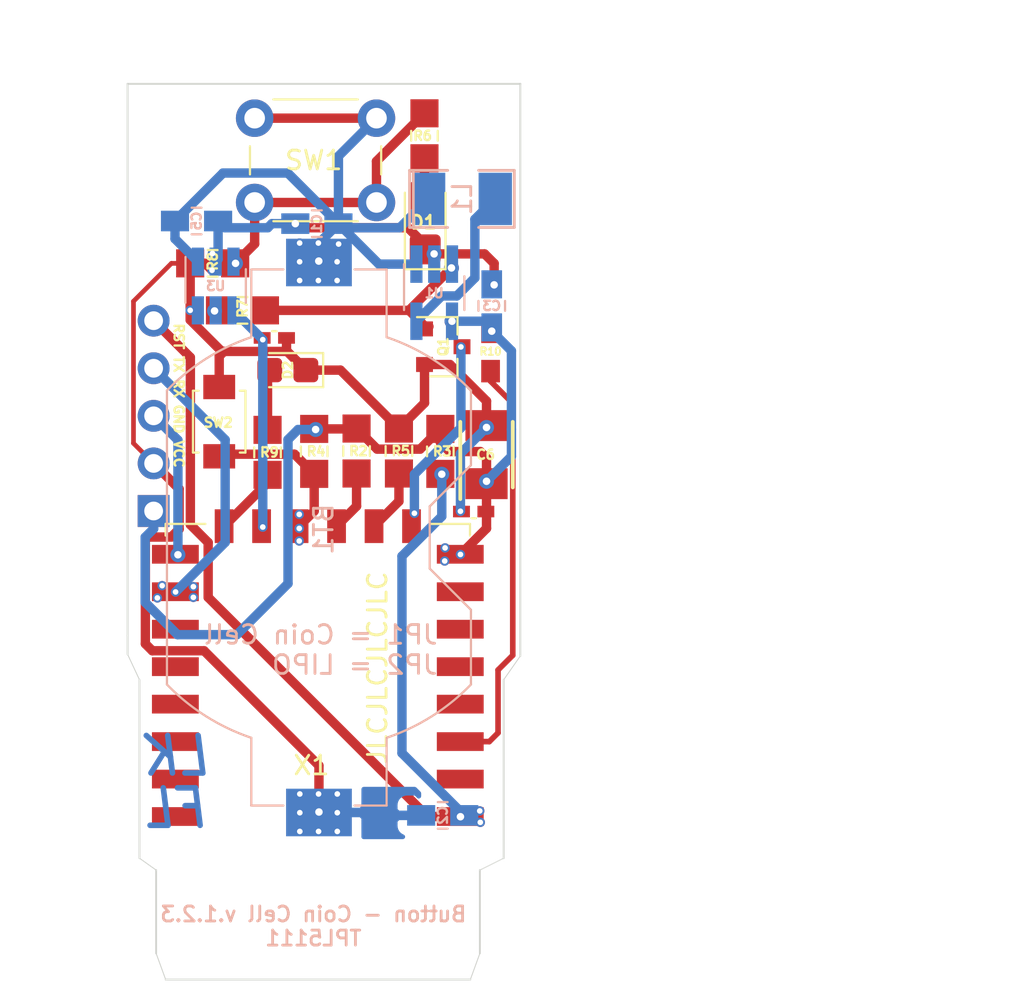
<source format=kicad_pcb>
(kicad_pcb (version 20171130) (host pcbnew "(5.1.9)-1")

  (general
    (thickness 1.6)
    (drawings 26)
    (tracks 204)
    (zones 0)
    (modules 27)
    (nets 20)
  )

  (page A4)
  (layers
    (0 F.Cu signal hide)
    (31 B.Cu signal)
    (32 B.Adhes user)
    (33 F.Adhes user)
    (34 B.Paste user)
    (35 F.Paste user)
    (36 B.SilkS user)
    (37 F.SilkS user)
    (38 B.Mask user)
    (39 F.Mask user)
    (40 Dwgs.User user)
    (41 Cmts.User user)
    (42 Eco1.User user)
    (43 Eco2.User user)
    (44 Edge.Cuts user)
    (45 Margin user)
    (46 B.CrtYd user hide)
    (47 F.CrtYd user hide)
    (48 B.Fab user hide)
    (49 F.Fab user)
  )

  (setup
    (last_trace_width 0.25)
    (user_trace_width 0.3)
    (user_trace_width 0.5)
    (trace_clearance 0.1)
    (zone_clearance 0.508)
    (zone_45_only no)
    (trace_min 0.2)
    (via_size 0.8)
    (via_drill 0.4)
    (via_min_size 0.4)
    (via_min_drill 0.3)
    (user_via 0.5 0.3)
    (uvia_size 0.3)
    (uvia_drill 0.1)
    (uvias_allowed no)
    (uvia_min_size 0.2)
    (uvia_min_drill 0.1)
    (edge_width 0.05)
    (segment_width 0.2)
    (pcb_text_width 0.3)
    (pcb_text_size 1.5 1.5)
    (mod_edge_width 0.12)
    (mod_text_size 1 1)
    (mod_text_width 0.15)
    (pad_size 1.524 1.524)
    (pad_drill 0.762)
    (pad_to_mask_clearance 0.051)
    (solder_mask_min_width 0.25)
    (aux_axis_origin 0 0)
    (visible_elements 7FFFFFFF)
    (pcbplotparams
      (layerselection 0x010fc_ffffffff)
      (usegerberextensions false)
      (usegerberattributes false)
      (usegerberadvancedattributes true)
      (creategerberjobfile false)
      (excludeedgelayer true)
      (linewidth 0.150000)
      (plotframeref false)
      (viasonmask false)
      (mode 1)
      (useauxorigin true)
      (hpglpennumber 1)
      (hpglpenspeed 20)
      (hpglpendiameter 15.000000)
      (psnegative false)
      (psa4output false)
      (plotreference true)
      (plotvalue true)
      (plotinvisibletext false)
      (padsonsilk false)
      (subtractmaskfromsilk false)
      (outputformat 1)
      (mirror false)
      (drillshape 0)
      (scaleselection 1)
      (outputdirectory "Gerber/"))
  )

  (net 0 "")
  (net 1 /VCC)
  (net 2 /GND)
  (net 3 /RST)
  (net 4 /RX)
  (net 5 /TX)
  (net 6 /EN)
  (net 7 /GPIO2)
  (net 8 /GPIO0)
  (net 9 "Net-(BT1-Pad1)")
  (net 10 "Net-(L1-Pad2)")
  (net 11 /GPIO15)
  (net 12 /GPIO4)
  (net 13 "Net-(D2-Pad2)")
  (net 14 /GPIO5)
  (net 15 "Net-(D1-Pad2)")
  (net 16 "Net-(R6-Pad2)")
  (net 17 "Net-(R7-Pad1)")
  (net 18 "Net-(Q1-Pad1)")
  (net 19 /GND_ESP)

  (net_class Default "This is the default net class."
    (clearance 0.1)
    (trace_width 0.25)
    (via_dia 0.8)
    (via_drill 0.4)
    (uvia_dia 0.3)
    (uvia_drill 0.1)
    (add_net /EN)
    (add_net /GND)
    (add_net /GND_ESP)
    (add_net /GPIO0)
    (add_net /GPIO15)
    (add_net /GPIO2)
    (add_net /GPIO4)
    (add_net /GPIO5)
    (add_net /RST)
    (add_net /RX)
    (add_net /TX)
    (add_net /VCC)
    (add_net "Net-(BT1-Pad1)")
    (add_net "Net-(D1-Pad2)")
    (add_net "Net-(D2-Pad2)")
    (add_net "Net-(L1-Pad2)")
    (add_net "Net-(Q1-Pad1)")
    (add_net "Net-(R6-Pad2)")
    (add_net "Net-(R7-Pad1)")
  )

  (module handsolder:C_0402_1005Metric_Pad0.74x0.62mm_HandSoldermod (layer F.Cu) (tedit 6036714F) (tstamp 6036CEBD)
    (at 134.0358 77.37856 180)
    (descr "Capacitor SMD 0402 (1005 Metric), square (rectangular) end terminal, IPC_7351 nominal with elongated pad for handsoldering. (Body size source: IPC-SM-782 page 76, https://www.pcb-3d.com/wordpress/wp-content/uploads/ipc-sm-782a_amendment_1_and_2.pdf), generated with kicad-footprint-generator")
    (tags "capacitor handsolder")
    (path /60367F97)
    (attr smd)
    (fp_text reference C7 (at 0 0) (layer F.SilkS) hide
      (effects (font (size 0.5 0.5) (thickness 0.125)))
    )
    (fp_text value 100nF (at 0 1.16) (layer F.Fab)
      (effects (font (size 1 1) (thickness 0.15)))
    )
    (fp_line (start 1.08 0.46) (end -1.08 0.46) (layer F.CrtYd) (width 0.05))
    (fp_line (start 1.08 -0.46) (end 1.08 0.46) (layer F.CrtYd) (width 0.05))
    (fp_line (start -1.08 -0.46) (end 1.08 -0.46) (layer F.CrtYd) (width 0.05))
    (fp_line (start -1.08 0.46) (end -1.08 -0.46) (layer F.CrtYd) (width 0.05))
    (fp_line (start -0.115835 -0.36) (end 0.115835 -0.36) (layer F.SilkS) (width 0.12))
    (fp_line (start 0.5 0.25) (end -0.5 0.25) (layer F.Fab) (width 0.1))
    (fp_line (start 0.5 -0.25) (end 0.5 0.25) (layer F.Fab) (width 0.1))
    (fp_line (start -0.5 -0.25) (end 0.5 -0.25) (layer F.Fab) (width 0.1))
    (fp_line (start -0.5 0.25) (end -0.5 -0.25) (layer F.Fab) (width 0.1))
    (fp_text user %R (at 0 0) (layer F.Fab)
      (effects (font (size 0.25 0.25) (thickness 0.04)))
    )
    (pad 2 smd rect (at 0.65 0 180) (size 0.9 0.62) (layers F.Cu F.Paste F.Mask)
      (net 2 /GND))
    (pad 1 smd rect (at -0.65 0 180) (size 0.9 0.62) (layers F.Cu F.Paste F.Mask)
      (net 1 /VCC))
    (model ${KISYS3DMOD}/Capacitor_SMD.3dshapes/C_0402_1005Metric.wrl
      (at (xyz 0 0 0))
      (scale (xyz 1 1 1))
      (rotate (xyz 0 0 0))
    )
  )

  (module SamacSys_Parts:CAPPM3528X210N (layer F.Cu) (tedit 60364A5B) (tstamp 603688CA)
    (at 134.7216 74.34072 90)
    (descr T495B-10)
    (tags "Capacitor Polarised")
    (path /60363CFF)
    (attr smd)
    (fp_text reference C6 (at 0 -0.05 180) (layer F.SilkS)
      (effects (font (size 0.5 0.5) (thickness 0.125)))
    )
    (fp_text value TAJB476M010TNJ (at 0 0 270) (layer F.SilkS) hide
      (effects (font (size 1.27 1.27) (thickness 0.254)))
    )
    (fp_line (start -1.75 1.4) (end 1.75 1.4) (layer F.SilkS) (width 0.2))
    (fp_line (start 1.75 -1.4) (end -2.375 -1.4) (layer F.SilkS) (width 0.2))
    (fp_line (start -1.75 -0.575) (end -0.925 -1.4) (layer F.Fab) (width 0.1))
    (fp_line (start -1.75 1.4) (end -1.75 -1.4) (layer F.Fab) (width 0.1))
    (fp_line (start 1.75 1.4) (end -1.75 1.4) (layer F.Fab) (width 0.1))
    (fp_line (start 1.75 -1.4) (end 1.75 1.4) (layer F.Fab) (width 0.1))
    (fp_line (start -1.75 -1.4) (end 1.75 -1.4) (layer F.Fab) (width 0.1))
    (fp_line (start -2.625 1.75) (end -2.625 -1.75) (layer F.CrtYd) (width 0.05))
    (fp_line (start 2.625 1.75) (end -2.625 1.75) (layer F.CrtYd) (width 0.05))
    (fp_line (start 2.625 -1.75) (end 2.625 1.75) (layer F.CrtYd) (width 0.05))
    (fp_line (start -2.625 -1.75) (end 2.625 -1.75) (layer F.CrtYd) (width 0.05))
    (fp_text user %R (at 0 0 270) (layer F.Fab)
      (effects (font (size 1.27 1.27) (thickness 0.254)))
    )
    (pad 2 smd rect (at 1.55 0 90) (size 1.65 2.25) (layers F.Cu F.Paste F.Mask)
      (net 2 /GND))
    (pad 1 smd rect (at -1.55 0 90) (size 1.65 2.25) (layers F.Cu F.Paste F.Mask)
      (net 1 /VCC))
    (model "C:\\Program Files\\KiCad\\SamacSys_Parts.3dshapes\\T495B476K006ATE450.stp"
      (at (xyz 0 0 0))
      (scale (xyz 1 1 1))
      (rotate (xyz 0 0 0))
    )
  )

  (module handsolder:SOT-23-5_HandSolderingmod (layer B.Cu) (tedit 6035922E) (tstamp 60329F06)
    (at 131.93 65.72 270)
    (descr "5-pin SOT23 package")
    (tags "SOT-23-5 hand-soldering")
    (path /6033543B)
    (attr smd)
    (fp_text reference U1 (at 0 0 180) (layer B.SilkS)
      (effects (font (size 0.5 0.5) (thickness 0.125)) (justify mirror))
    )
    (fp_text value TPS61097A (at 10.287 -1.143 90) (layer B.SilkS) hide
      (effects (font (size 1 1) (thickness 0.15)) (justify mirror))
    )
    (fp_line (start 2.38 -1.8) (end -2.38 -1.8) (layer B.CrtYd) (width 0.05))
    (fp_line (start 2.38 -1.8) (end 2.38 1.8) (layer B.CrtYd) (width 0.05))
    (fp_line (start -2.38 1.8) (end -2.38 -1.8) (layer B.CrtYd) (width 0.05))
    (fp_line (start -2.38 1.8) (end 2.38 1.8) (layer B.CrtYd) (width 0.05))
    (fp_line (start 0.9 1.55) (end 0.9 -1.55) (layer B.Fab) (width 0.1))
    (fp_line (start 0.9 -1.55) (end -0.9 -1.55) (layer B.Fab) (width 0.1))
    (fp_line (start -0.9 0.9) (end -0.9 -1.55) (layer B.Fab) (width 0.1))
    (fp_line (start 0.9 1.55) (end -0.25 1.55) (layer B.Fab) (width 0.1))
    (fp_line (start -0.9 0.9) (end -0.25 1.55) (layer B.Fab) (width 0.1))
    (fp_line (start 0.9 1.61) (end -1.55 1.61) (layer B.SilkS) (width 0.12))
    (fp_line (start -0.9 -1.61) (end 0.9 -1.61) (layer B.SilkS) (width 0.12))
    (fp_text user %R (at 0 0) (layer B.Fab)
      (effects (font (size 0.5 0.5) (thickness 0.075)) (justify mirror))
    )
    (pad 5 smd rect (at 1.5 0.95 270) (size 2 0.65) (layers B.Cu B.Paste B.Mask)
      (net 10 "Net-(L1-Pad2)"))
    (pad 4 smd rect (at 1.5 -0.95 270) (size 2 0.65) (layers B.Cu B.Paste B.Mask)
      (net 1 /VCC))
    (pad 3 smd rect (at -1.55 -0.95 270) (size 2 0.65) (layers B.Cu B.Paste B.Mask)
      (net 18 "Net-(Q1-Pad1)"))
    (pad 2 smd trapezoid (at -1.55 0 270) (size 2 0.65) (layers B.Cu B.Paste B.Mask)
      (net 2 /GND))
    (pad 1 smd rect (at -1.55 0.95 270) (size 2 0.65) (layers B.Cu B.Paste B.Mask)
      (net 9 "Net-(BT1-Pad1)"))
    (model ${KISYS3DMOD}/Package_TO_SOT_SMD.3dshapes/SOT-23-5.wrl
      (at (xyz 0 0 0))
      (scale (xyz 1 1 1))
      (rotate (xyz 0 0 0))
    )
  )

  (module handsolder:SOT-23-6handsoldering (layer B.Cu) (tedit 603591F5) (tstamp 6032696B)
    (at 120.27 65.34 270)
    (descr "6-pin SOT-23 package")
    (tags SOT-23-6)
    (path /6031B6A7)
    (attr smd)
    (fp_text reference U3 (at 0 0 180) (layer B.SilkS)
      (effects (font (size 0.5 0.5) (thickness 0.125)) (justify mirror))
    )
    (fp_text value TPL5111 (at 0 -2.9 270) (layer B.Fab)
      (effects (font (size 1 1) (thickness 0.15)) (justify mirror))
    )
    (fp_line (start 0.9 1.55) (end 0.9 -1.55) (layer B.Fab) (width 0.1))
    (fp_line (start 0.9 -1.55) (end -0.9 -1.55) (layer B.Fab) (width 0.1))
    (fp_line (start -0.9 0.9) (end -0.9 -1.55) (layer B.Fab) (width 0.1))
    (fp_line (start 0.9 1.55) (end -0.25 1.55) (layer B.Fab) (width 0.1))
    (fp_line (start -0.9 0.9) (end -0.25 1.55) (layer B.Fab) (width 0.1))
    (fp_line (start -1.9 1.8) (end -1.9 -1.8) (layer B.CrtYd) (width 0.05))
    (fp_line (start -1.9 -1.8) (end 1.9 -1.8) (layer B.CrtYd) (width 0.05))
    (fp_line (start 1.9 -1.8) (end 1.9 1.8) (layer B.CrtYd) (width 0.05))
    (fp_line (start 1.9 1.8) (end -1.9 1.8) (layer B.CrtYd) (width 0.05))
    (fp_line (start 0.9 1.61) (end -1.55 1.61) (layer B.SilkS) (width 0.12))
    (fp_line (start -0.9 -1.61) (end 0.9 -1.61) (layer B.SilkS) (width 0.12))
    (fp_text user %R (at 0 0) (layer B.Fab)
      (effects (font (size 0.5 0.5) (thickness 0.075)) (justify mirror))
    )
    (pad 5 smd rect (at 1.3 0 270) (size 1.5 0.65) (layers B.Cu B.Paste B.Mask)
      (net 17 "Net-(R7-Pad1)"))
    (pad 6 smd rect (at 1.3 0.95 270) (size 1.5 0.65) (layers B.Cu B.Paste B.Mask)
      (net 2 /GND))
    (pad 4 smd rect (at 1.3 -0.95 270) (size 1.5 0.65) (layers B.Cu B.Paste B.Mask)
      (net 12 /GPIO4))
    (pad 3 smd rect (at -1.3 -0.95 270) (size 1.5 0.65) (layers B.Cu B.Paste B.Mask)
      (net 16 "Net-(R6-Pad2)"))
    (pad 2 smd rect (at -1.3 0 270) (size 1.5 0.65) (layers B.Cu B.Paste B.Mask)
      (net 2 /GND))
    (pad 1 smd rect (at -1.3 0.95 270) (size 1.5 0.65) (layers B.Cu B.Paste B.Mask)
      (net 9 "Net-(BT1-Pad1)"))
    (model ${KISYS3DMOD}/Package_TO_SOT_SMD.3dshapes/SOT-23-6.wrl
      (at (xyz 0 0 0))
      (scale (xyz 1 1 1))
      (rotate (xyz 0 0 0))
    )
  )

  (module handsolder:C_0805_2012handsodermod (layer B.Cu) (tedit 603591CC) (tstamp 603267E5)
    (at 135 66.4 90)
    (descr "Capacitor SMD 0805 (2012 Metric), square (rectangular) end terminal, IPC_7351 nominal with elongated pad for handsoldering. (Body size source: https://docs.google.com/spreadsheets/d/1BsfQQcO9C6DZCsRaXUlFlo91Tg2WpOkGARC1WS5S8t0/edit?usp=sharing), generated with kicad-footprint-generator")
    (tags "capacitor handsolder")
    (path /602E3D4A)
    (attr smd)
    (fp_text reference C3 (at 0 0 180) (layer B.SilkS)
      (effects (font (size 0.5 0.5) (thickness 0.125)) (justify mirror))
    )
    (fp_text value 10uF (at 0 -1.65 90) (layer B.Fab) hide
      (effects (font (size 1 1) (thickness 0.15)) (justify mirror))
    )
    (fp_line (start -1 -0.6) (end -1 0.6) (layer B.Fab) (width 0.1))
    (fp_line (start -1 0.6) (end 1 0.6) (layer B.Fab) (width 0.1))
    (fp_line (start 1 0.6) (end 1 -0.6) (layer B.Fab) (width 0.1))
    (fp_line (start 1 -0.6) (end -1 -0.6) (layer B.Fab) (width 0.1))
    (fp_line (start -0.261252 0.71) (end 0.261252 0.71) (layer B.SilkS) (width 0.12))
    (fp_line (start -0.261252 -0.71) (end 0.261252 -0.71) (layer B.SilkS) (width 0.12))
    (fp_line (start -2 -0.95) (end -2 0.95) (layer B.CrtYd) (width 0.05))
    (fp_line (start -2 0.95) (end 2.05 0.95) (layer B.CrtYd) (width 0.05))
    (fp_line (start 2.05 0.95) (end 2.05 -0.95) (layer B.CrtYd) (width 0.05))
    (fp_line (start 2.05 -0.95) (end -2 -0.95) (layer B.CrtYd) (width 0.05))
    (fp_text user %R (at 0 0 90) (layer B.Fab)
      (effects (font (size 0.5 0.5) (thickness 0.08)) (justify mirror))
    )
    (pad 2 smd rect (at 1.15 0 90) (size 1.5 1.1) (layers B.Cu B.Paste B.Mask)
      (net 2 /GND))
    (pad 1 smd rect (at -1.15 0 90) (size 1.5 1.1) (layers B.Cu B.Paste B.Mask)
      (net 1 /VCC))
    (model ${KISYS3DMOD}/Capacitor_SMD.3dshapes/C_0805_2012Metric.wrl
      (at (xyz 0 0 0))
      (scale (xyz 1 1 1))
      (rotate (xyz 0 0 0))
    )
  )

  (module handsolder:C_0805_2012handsodermod (layer B.Cu) (tedit 603591CC) (tstamp 6034EE59)
    (at 119.25 61.87 180)
    (descr "Capacitor SMD 0805 (2012 Metric), square (rectangular) end terminal, IPC_7351 nominal with elongated pad for handsoldering. (Body size source: https://docs.google.com/spreadsheets/d/1BsfQQcO9C6DZCsRaXUlFlo91Tg2WpOkGARC1WS5S8t0/edit?usp=sharing), generated with kicad-footprint-generator")
    (tags "capacitor handsolder")
    (path /6034F227)
    (attr smd)
    (fp_text reference C5 (at 0 0 270) (layer B.SilkS)
      (effects (font (size 0.5 0.5) (thickness 0.125)) (justify mirror))
    )
    (fp_text value 100nF (at 0 -1.65) (layer B.Fab) hide
      (effects (font (size 1 1) (thickness 0.15)) (justify mirror))
    )
    (fp_line (start -1 -0.6) (end -1 0.6) (layer B.Fab) (width 0.1))
    (fp_line (start -1 0.6) (end 1 0.6) (layer B.Fab) (width 0.1))
    (fp_line (start 1 0.6) (end 1 -0.6) (layer B.Fab) (width 0.1))
    (fp_line (start 1 -0.6) (end -1 -0.6) (layer B.Fab) (width 0.1))
    (fp_line (start -0.261252 0.71) (end 0.261252 0.71) (layer B.SilkS) (width 0.12))
    (fp_line (start -0.261252 -0.71) (end 0.261252 -0.71) (layer B.SilkS) (width 0.12))
    (fp_line (start -2 -0.95) (end -2 0.95) (layer B.CrtYd) (width 0.05))
    (fp_line (start -2 0.95) (end 2.05 0.95) (layer B.CrtYd) (width 0.05))
    (fp_line (start 2.05 0.95) (end 2.05 -0.95) (layer B.CrtYd) (width 0.05))
    (fp_line (start 2.05 -0.95) (end -2 -0.95) (layer B.CrtYd) (width 0.05))
    (fp_text user %R (at 0 0) (layer B.Fab)
      (effects (font (size 0.5 0.5) (thickness 0.08)) (justify mirror))
    )
    (pad 2 smd rect (at 1.15 0 180) (size 1.5 1.1) (layers B.Cu B.Paste B.Mask)
      (net 9 "Net-(BT1-Pad1)"))
    (pad 1 smd rect (at -1.15 0 180) (size 1.5 1.1) (layers B.Cu B.Paste B.Mask)
      (net 2 /GND))
    (model ${KISYS3DMOD}/Capacitor_SMD.3dshapes/C_0805_2012Metric.wrl
      (at (xyz 0 0 0))
      (scale (xyz 1 1 1))
      (rotate (xyz 0 0 0))
    )
  )

  (module handsolder:C_0805_2012handsodermod (layer B.Cu) (tedit 603591CC) (tstamp 603267C3)
    (at 125.67 62.01)
    (descr "Capacitor SMD 0805 (2012 Metric), square (rectangular) end terminal, IPC_7351 nominal with elongated pad for handsoldering. (Body size source: https://docs.google.com/spreadsheets/d/1BsfQQcO9C6DZCsRaXUlFlo91Tg2WpOkGARC1WS5S8t0/edit?usp=sharing), generated with kicad-footprint-generator")
    (tags "capacitor handsolder")
    (path /602D0C1F)
    (attr smd)
    (fp_text reference C1 (at 0 0 -90) (layer B.SilkS)
      (effects (font (size 0.5 0.5) (thickness 0.125)) (justify mirror))
    )
    (fp_text value 10uF (at 0 -1.65) (layer B.Fab) hide
      (effects (font (size 1 1) (thickness 0.15)) (justify mirror))
    )
    (fp_line (start -1 -0.6) (end -1 0.6) (layer B.Fab) (width 0.1))
    (fp_line (start -1 0.6) (end 1 0.6) (layer B.Fab) (width 0.1))
    (fp_line (start 1 0.6) (end 1 -0.6) (layer B.Fab) (width 0.1))
    (fp_line (start 1 -0.6) (end -1 -0.6) (layer B.Fab) (width 0.1))
    (fp_line (start -0.261252 0.71) (end 0.261252 0.71) (layer B.SilkS) (width 0.12))
    (fp_line (start -0.261252 -0.71) (end 0.261252 -0.71) (layer B.SilkS) (width 0.12))
    (fp_line (start -2 -0.95) (end -2 0.95) (layer B.CrtYd) (width 0.05))
    (fp_line (start -2 0.95) (end 2.05 0.95) (layer B.CrtYd) (width 0.05))
    (fp_line (start 2.05 0.95) (end 2.05 -0.95) (layer B.CrtYd) (width 0.05))
    (fp_line (start 2.05 -0.95) (end -2 -0.95) (layer B.CrtYd) (width 0.05))
    (fp_text user %R (at 0 0) (layer B.Fab)
      (effects (font (size 0.5 0.5) (thickness 0.08)) (justify mirror))
    )
    (pad 2 smd rect (at 1.15 0) (size 1.5 1.1) (layers B.Cu B.Paste B.Mask)
      (net 9 "Net-(BT1-Pad1)"))
    (pad 1 smd rect (at -1.15 0) (size 1.5 1.1) (layers B.Cu B.Paste B.Mask)
      (net 2 /GND))
    (model ${KISYS3DMOD}/Capacitor_SMD.3dshapes/C_0805_2012Metric.wrl
      (at (xyz 0 0 0))
      (scale (xyz 1 1 1))
      (rotate (xyz 0 0 0))
    )
  )

  (module handsolder:C_0805_2012handsodermod (layer B.Cu) (tedit 603591CC) (tstamp 603267D4)
    (at 132.3848 93.599)
    (descr "Capacitor SMD 0805 (2012 Metric), square (rectangular) end terminal, IPC_7351 nominal with elongated pad for handsoldering. (Body size source: https://docs.google.com/spreadsheets/d/1BsfQQcO9C6DZCsRaXUlFlo91Tg2WpOkGARC1WS5S8t0/edit?usp=sharing), generated with kicad-footprint-generator")
    (tags "capacitor handsolder")
    (path /602C896A)
    (attr smd)
    (fp_text reference C2 (at 0 0 -90) (layer B.SilkS)
      (effects (font (size 0.5 0.5) (thickness 0.125)) (justify mirror))
    )
    (fp_text value 100nF (at 0 -1.65) (layer B.Fab) hide
      (effects (font (size 1 1) (thickness 0.15)) (justify mirror))
    )
    (fp_line (start -1 -0.6) (end -1 0.6) (layer B.Fab) (width 0.1))
    (fp_line (start -1 0.6) (end 1 0.6) (layer B.Fab) (width 0.1))
    (fp_line (start 1 0.6) (end 1 -0.6) (layer B.Fab) (width 0.1))
    (fp_line (start 1 -0.6) (end -1 -0.6) (layer B.Fab) (width 0.1))
    (fp_line (start -0.261252 0.71) (end 0.261252 0.71) (layer B.SilkS) (width 0.12))
    (fp_line (start -0.261252 -0.71) (end 0.261252 -0.71) (layer B.SilkS) (width 0.12))
    (fp_line (start -2 -0.95) (end -2 0.95) (layer B.CrtYd) (width 0.05))
    (fp_line (start -2 0.95) (end 2.05 0.95) (layer B.CrtYd) (width 0.05))
    (fp_line (start 2.05 0.95) (end 2.05 -0.95) (layer B.CrtYd) (width 0.05))
    (fp_line (start 2.05 -0.95) (end -2 -0.95) (layer B.CrtYd) (width 0.05))
    (fp_text user %R (at 0 0) (layer B.Fab)
      (effects (font (size 0.5 0.5) (thickness 0.08)) (justify mirror))
    )
    (pad 2 smd rect (at 1.15 0) (size 1.5 1.1) (layers B.Cu B.Paste B.Mask)
      (net 3 /RST))
    (pad 1 smd rect (at -1.15 0) (size 1.5 1.1) (layers B.Cu B.Paste B.Mask)
      (net 2 /GND))
    (model ${KISYS3DMOD}/Capacitor_SMD.3dshapes/C_0805_2012Metric.wrl
      (at (xyz 0 0 0))
      (scale (xyz 1 1 1))
      (rotate (xyz 0 0 0))
    )
  )

  (module LED_SMD:LED_0805_2012Metric_Castellated (layer F.Cu) (tedit 60359125) (tstamp 6032680B)
    (at 124.12 69.83 180)
    (descr "LED SMD 0805 (2012 Metric), castellated end terminal, IPC_7351 nominal, (Body size source: https://docs.google.com/spreadsheets/d/1BsfQQcO9C6DZCsRaXUlFlo91Tg2WpOkGARC1WS5S8t0/edit?usp=sharing), generated with kicad-footprint-generator")
    (tags "LED castellated")
    (path /6032747F)
    (attr smd)
    (fp_text reference D2 (at 0 0 90) (layer F.SilkS)
      (effects (font (size 0.5 0.5) (thickness 0.125)))
    )
    (fp_text value LED (at 0 1.6 180) (layer F.Fab)
      (effects (font (size 1 1) (thickness 0.15)))
    )
    (fp_line (start 1.88 0.9) (end -1.88 0.9) (layer F.CrtYd) (width 0.05))
    (fp_line (start 1.88 -0.9) (end 1.88 0.9) (layer F.CrtYd) (width 0.05))
    (fp_line (start -1.88 -0.9) (end 1.88 -0.9) (layer F.CrtYd) (width 0.05))
    (fp_line (start -1.88 0.9) (end -1.88 -0.9) (layer F.CrtYd) (width 0.05))
    (fp_line (start -1.885 0.91) (end 1 0.91) (layer F.SilkS) (width 0.12))
    (fp_line (start -1.885 -0.91) (end -1.885 0.91) (layer F.SilkS) (width 0.12))
    (fp_line (start 1 -0.91) (end -1.885 -0.91) (layer F.SilkS) (width 0.12))
    (fp_line (start 1 0.6) (end 1 -0.6) (layer F.Fab) (width 0.1))
    (fp_line (start -1 0.6) (end 1 0.6) (layer F.Fab) (width 0.1))
    (fp_line (start -1 -0.3) (end -1 0.6) (layer F.Fab) (width 0.1))
    (fp_line (start -0.7 -0.6) (end -1 -0.3) (layer F.Fab) (width 0.1))
    (fp_line (start 1 -0.6) (end -0.7 -0.6) (layer F.Fab) (width 0.1))
    (fp_text user %R (at 0 0 180) (layer F.Fab)
      (effects (font (size 0.5 0.5) (thickness 0.08)))
    )
    (pad 2 smd roundrect (at 0.9625 0 180) (size 1.325 1.3) (layers F.Cu F.Paste F.Mask) (roundrect_rratio 0.1923076923076923)
      (net 13 "Net-(D2-Pad2)"))
    (pad 1 smd roundrect (at -0.9625 0 180) (size 1.325 1.3) (layers F.Cu F.Paste F.Mask) (roundrect_rratio 0.1923076923076923)
      (net 2 /GND))
    (model ${KISYS3DMOD}/LED_SMD.3dshapes/LED_0805_2012Metric_Castellated.wrl
      (at (xyz 0 0 0))
      (scale (xyz 1 1 1))
      (rotate (xyz 0 0 0))
    )
  )

  (module Resistor_SMD:R_0603_1608Metric_Pad0.98x0.95mm_HandSolder (layer F.Cu) (tedit 603590E8) (tstamp 60355EE0)
    (at 134.9375 68.834 90)
    (descr "Resistor SMD 0603 (1608 Metric), square (rectangular) end terminal, IPC_7351 nominal with elongated pad for handsoldering. (Body size source: IPC-SM-782 page 72, https://www.pcb-3d.com/wordpress/wp-content/uploads/ipc-sm-782a_amendment_1_and_2.pdf), generated with kicad-footprint-generator")
    (tags "resistor handsolder")
    (path /6035D6F9)
    (attr smd)
    (fp_text reference R10 (at 0 0 180) (layer F.SilkS)
      (effects (font (size 0.4 0.4) (thickness 0.1)))
    )
    (fp_text value 10k (at 0 1.43 90) (layer F.Fab)
      (effects (font (size 1 1) (thickness 0.15)))
    )
    (fp_line (start 1.65 0.73) (end -1.65 0.73) (layer F.CrtYd) (width 0.05))
    (fp_line (start 1.65 -0.73) (end 1.65 0.73) (layer F.CrtYd) (width 0.05))
    (fp_line (start -1.65 -0.73) (end 1.65 -0.73) (layer F.CrtYd) (width 0.05))
    (fp_line (start -1.65 0.73) (end -1.65 -0.73) (layer F.CrtYd) (width 0.05))
    (fp_line (start 0.8 0.4125) (end -0.8 0.4125) (layer F.Fab) (width 0.1))
    (fp_line (start 0.8 -0.4125) (end 0.8 0.4125) (layer F.Fab) (width 0.1))
    (fp_line (start -0.8 -0.4125) (end 0.8 -0.4125) (layer F.Fab) (width 0.1))
    (fp_line (start -0.8 0.4125) (end -0.8 -0.4125) (layer F.Fab) (width 0.1))
    (fp_text user %R (at 0 0 90) (layer F.Fab)
      (effects (font (size 0.4 0.4) (thickness 0.06)))
    )
    (pad 2 smd rect (at 1.05 0 90) (size 1.2 1) (layers F.Cu F.Paste F.Mask)
      (net 1 /VCC))
    (pad 1 smd rect (at -1.05 0 90) (size 1.2 1) (layers F.Cu F.Paste F.Mask)
      (net 6 /EN))
    (model ${KISYS3DMOD}/Resistor_SMD.3dshapes/R_0603_1608Metric.wrl
      (at (xyz 0 0 0))
      (scale (xyz 1 1 1))
      (rotate (xyz 0 0 0))
    )
  )

  (module Package_TO_SOT_SMD:SOT-23 (layer F.Cu) (tedit 60359091) (tstamp 603575E6)
    (at 132.4135 68.58)
    (descr "SOT-23, Standard")
    (tags SOT-23)
    (path /6035DDF2)
    (attr smd)
    (fp_text reference Q1 (at 0 0 90) (layer F.SilkS)
      (effects (font (size 0.5 0.5) (thickness 0.125)))
    )
    (fp_text value mmbt2222 (at 0 2.5) (layer F.Fab)
      (effects (font (size 1 1) (thickness 0.15)))
    )
    (fp_line (start -0.7 -0.95) (end -0.7 1.5) (layer F.Fab) (width 0.1))
    (fp_line (start -0.15 -1.52) (end 0.7 -1.52) (layer F.Fab) (width 0.1))
    (fp_line (start -0.7 -0.95) (end -0.15 -1.52) (layer F.Fab) (width 0.1))
    (fp_line (start 0.7 -1.52) (end 0.7 1.52) (layer F.Fab) (width 0.1))
    (fp_line (start -0.7 1.52) (end 0.7 1.52) (layer F.Fab) (width 0.1))
    (fp_line (start 0.76 1.58) (end 0.76 0.65) (layer F.SilkS) (width 0.12))
    (fp_line (start 0.76 -1.58) (end 0.76 -0.65) (layer F.SilkS) (width 0.12))
    (fp_line (start -1.7 -1.75) (end 1.7 -1.75) (layer F.CrtYd) (width 0.05))
    (fp_line (start 1.7 -1.75) (end 1.7 1.75) (layer F.CrtYd) (width 0.05))
    (fp_line (start 1.7 1.75) (end -1.7 1.75) (layer F.CrtYd) (width 0.05))
    (fp_line (start -1.7 1.75) (end -1.7 -1.75) (layer F.CrtYd) (width 0.05))
    (fp_line (start 0.76 -1.58) (end -1.4 -1.58) (layer F.SilkS) (width 0.12))
    (fp_line (start 0.76 1.58) (end -0.7 1.58) (layer F.SilkS) (width 0.12))
    (fp_text user %R (at 0 0 90) (layer F.Fab)
      (effects (font (size 0.5 0.5) (thickness 0.075)))
    )
    (pad 3 smd rect (at 1 0) (size 0.9 0.8) (layers F.Cu F.Paste F.Mask)
      (net 19 /GND_ESP))
    (pad 2 smd rect (at -1 0.95) (size 0.9 0.8) (layers F.Cu F.Paste F.Mask)
      (net 2 /GND))
    (pad 1 smd rect (at -1 -0.95) (size 0.9 0.8) (layers F.Cu F.Paste F.Mask)
      (net 18 "Net-(Q1-Pad1)"))
    (model ${KISYS3DMOD}/Package_TO_SOT_SMD.3dshapes/SOT-23.wrl
      (at (xyz 0 0 0))
      (scale (xyz 1 1 1))
      (rotate (xyz 0 0 0))
    )
  )

  (module handsolder:C_0402_1005Metric_Pad0.74x0.62mm_HandSoldermod (layer F.Cu) (tedit 6035905E) (tstamp 60343322)
    (at 123.4 68.11)
    (descr "Capacitor SMD 0402 (1005 Metric), square (rectangular) end terminal, IPC_7351 nominal with elongated pad for handsoldering. (Body size source: IPC-SM-782 page 76, https://www.pcb-3d.com/wordpress/wp-content/uploads/ipc-sm-782a_amendment_1_and_2.pdf), generated with kicad-footprint-generator")
    (tags "capacitor handsolder")
    (path /603444C4)
    (attr smd)
    (fp_text reference C4 (at 0 0.65) (layer F.SilkS) hide
      (effects (font (size 0.5 0.5) (thickness 0.125)))
    )
    (fp_text value "10nf -100nf" (at 0 1.16) (layer F.Fab)
      (effects (font (size 1 1) (thickness 0.15)))
    )
    (fp_line (start -0.5 0.25) (end -0.5 -0.25) (layer F.Fab) (width 0.1))
    (fp_line (start -0.5 -0.25) (end 0.5 -0.25) (layer F.Fab) (width 0.1))
    (fp_line (start 0.5 -0.25) (end 0.5 0.25) (layer F.Fab) (width 0.1))
    (fp_line (start 0.5 0.25) (end -0.5 0.25) (layer F.Fab) (width 0.1))
    (fp_line (start -0.115835 -0.36) (end 0.115835 -0.36) (layer F.SilkS) (width 0.12))
    (fp_line (start -1.08 0.46) (end -1.08 -0.46) (layer F.CrtYd) (width 0.05))
    (fp_line (start -1.08 -0.46) (end 1.08 -0.46) (layer F.CrtYd) (width 0.05))
    (fp_line (start 1.08 -0.46) (end 1.08 0.46) (layer F.CrtYd) (width 0.05))
    (fp_line (start 1.08 0.46) (end -1.08 0.46) (layer F.CrtYd) (width 0.05))
    (fp_text user %R (at 0 0) (layer F.Fab)
      (effects (font (size 0.25 0.25) (thickness 0.04)))
    )
    (pad 2 smd rect (at 0.65 0) (size 0.9 0.62) (layers F.Cu F.Paste F.Mask)
      (net 2 /GND))
    (pad 1 smd rect (at -0.65 0) (size 0.9 0.62) (layers F.Cu F.Paste F.Mask)
      (net 12 /GPIO4))
    (model ${KISYS3DMOD}/Capacitor_SMD.3dshapes/C_0402_1005Metric.wrl
      (at (xyz 0 0 0))
      (scale (xyz 1 1 1))
      (rotate (xyz 0 0 0))
    )
  )

  (module handsolder:R_0805_2012handsoldermod (layer F.Cu) (tedit 60358F22) (tstamp 6032689D)
    (at 125.5268 74.168 270)
    (descr "Resistor SMD 0805 (2012 Metric), square (rectangular) end terminal, IPC_7351 nominal with elongated pad for handsoldering. (Body size source: https://docs.google.com/spreadsheets/d/1BsfQQcO9C6DZCsRaXUlFlo91Tg2WpOkGARC1WS5S8t0/edit?usp=sharing), generated with kicad-footprint-generator")
    (tags "resistor handsolder")
    (path /602CA541)
    (attr smd)
    (fp_text reference R4 (at 0 -0.1) (layer F.SilkS)
      (effects (font (size 0.5 0.5) (thickness 0.125)))
    )
    (fp_text value 10k (at 0 1.65 90) (layer F.Fab) hide
      (effects (font (size 1 1) (thickness 0.15)))
    )
    (fp_line (start -1 0.6) (end -1 -0.6) (layer F.Fab) (width 0.1))
    (fp_line (start -1 -0.6) (end 1 -0.6) (layer F.Fab) (width 0.1))
    (fp_line (start 1 -0.6) (end 1 0.6) (layer F.Fab) (width 0.1))
    (fp_line (start 1 0.6) (end -1 0.6) (layer F.Fab) (width 0.1))
    (fp_line (start -0.261252 -0.71) (end 0.261252 -0.71) (layer F.SilkS) (width 0.12))
    (fp_line (start -0.261252 0.71) (end 0.261252 0.71) (layer F.SilkS) (width 0.12))
    (fp_line (start -2.05 0.95) (end -2.05 -0.95) (layer F.CrtYd) (width 0.05))
    (fp_line (start -2.05 -0.95) (end 2.05 -0.95) (layer F.CrtYd) (width 0.05))
    (fp_line (start 2.05 -0.95) (end 2.05 0.95) (layer F.CrtYd) (width 0.05))
    (fp_line (start 2.05 0.95) (end -2.05 0.95) (layer F.CrtYd) (width 0.05))
    (fp_text user %R (at 0 0 90) (layer F.Fab)
      (effects (font (size 0.5 0.5) (thickness 0.08)))
    )
    (pad 2 smd rect (at 1.2 0 270) (size 1.5 1.5) (layers F.Cu F.Paste F.Mask)
      (net 8 /GPIO0))
    (pad 1 smd rect (at -1.2 0 270) (size 1.5 1.5) (layers F.Cu F.Paste F.Mask)
      (net 1 /VCC))
    (model ${KISYS3DMOD}/Resistor_SMD.3dshapes/R_0805_2012Metric.wrl
      (at (xyz 0 0 0))
      (scale (xyz 1 1 1))
      (rotate (xyz 0 0 0))
    )
  )

  (module handsolder:R_0805_2012handsoldermod (layer F.Cu) (tedit 60358F22) (tstamp 603268F2)
    (at 123.0376 74.2188 270)
    (descr "Resistor SMD 0805 (2012 Metric), square (rectangular) end terminal, IPC_7351 nominal with elongated pad for handsoldering. (Body size source: https://docs.google.com/spreadsheets/d/1BsfQQcO9C6DZCsRaXUlFlo91Tg2WpOkGARC1WS5S8t0/edit?usp=sharing), generated with kicad-footprint-generator")
    (tags "resistor handsolder")
    (path /60325E7B)
    (attr smd)
    (fp_text reference R9 (at 0 -0.1) (layer F.SilkS)
      (effects (font (size 0.5 0.5) (thickness 0.125)))
    )
    (fp_text value 1k (at 0 1.65 90) (layer F.Fab) hide
      (effects (font (size 1 1) (thickness 0.15)))
    )
    (fp_line (start -1 0.6) (end -1 -0.6) (layer F.Fab) (width 0.1))
    (fp_line (start -1 -0.6) (end 1 -0.6) (layer F.Fab) (width 0.1))
    (fp_line (start 1 -0.6) (end 1 0.6) (layer F.Fab) (width 0.1))
    (fp_line (start 1 0.6) (end -1 0.6) (layer F.Fab) (width 0.1))
    (fp_line (start -0.261252 -0.71) (end 0.261252 -0.71) (layer F.SilkS) (width 0.12))
    (fp_line (start -0.261252 0.71) (end 0.261252 0.71) (layer F.SilkS) (width 0.12))
    (fp_line (start -2.05 0.95) (end -2.05 -0.95) (layer F.CrtYd) (width 0.05))
    (fp_line (start -2.05 -0.95) (end 2.05 -0.95) (layer F.CrtYd) (width 0.05))
    (fp_line (start 2.05 -0.95) (end 2.05 0.95) (layer F.CrtYd) (width 0.05))
    (fp_line (start 2.05 0.95) (end -2.05 0.95) (layer F.CrtYd) (width 0.05))
    (fp_text user %R (at 0 0 90) (layer F.Fab)
      (effects (font (size 0.5 0.5) (thickness 0.08)))
    )
    (pad 2 smd rect (at 1.2 0 270) (size 1.5 1.5) (layers F.Cu F.Paste F.Mask)
      (net 14 /GPIO5))
    (pad 1 smd rect (at -1.2 0 270) (size 1.5 1.5) (layers F.Cu F.Paste F.Mask)
      (net 13 "Net-(D2-Pad2)"))
    (model ${KISYS3DMOD}/Resistor_SMD.3dshapes/R_0805_2012Metric.wrl
      (at (xyz 0 0 0))
      (scale (xyz 1 1 1))
      (rotate (xyz 0 0 0))
    )
  )

  (module handsolder:R_0805_2012handsoldermod (layer F.Cu) (tedit 60358F22) (tstamp 603268E1)
    (at 120.11 64.13)
    (descr "Resistor SMD 0805 (2012 Metric), square (rectangular) end terminal, IPC_7351 nominal with elongated pad for handsoldering. (Body size source: https://docs.google.com/spreadsheets/d/1BsfQQcO9C6DZCsRaXUlFlo91Tg2WpOkGARC1WS5S8t0/edit?usp=sharing), generated with kicad-footprint-generator")
    (tags "resistor handsolder")
    (path /6031EA78)
    (attr smd)
    (fp_text reference R8 (at 0 -0.1 90) (layer F.SilkS)
      (effects (font (size 0.5 0.5) (thickness 0.125)))
    )
    (fp_text value 10k (at 0 1.65) (layer F.Fab) hide
      (effects (font (size 1 1) (thickness 0.15)))
    )
    (fp_line (start -1 0.6) (end -1 -0.6) (layer F.Fab) (width 0.1))
    (fp_line (start -1 -0.6) (end 1 -0.6) (layer F.Fab) (width 0.1))
    (fp_line (start 1 -0.6) (end 1 0.6) (layer F.Fab) (width 0.1))
    (fp_line (start 1 0.6) (end -1 0.6) (layer F.Fab) (width 0.1))
    (fp_line (start -0.261252 -0.71) (end 0.261252 -0.71) (layer F.SilkS) (width 0.12))
    (fp_line (start -0.261252 0.71) (end 0.261252 0.71) (layer F.SilkS) (width 0.12))
    (fp_line (start -2.05 0.95) (end -2.05 -0.95) (layer F.CrtYd) (width 0.05))
    (fp_line (start -2.05 -0.95) (end 2.05 -0.95) (layer F.CrtYd) (width 0.05))
    (fp_line (start 2.05 -0.95) (end 2.05 0.95) (layer F.CrtYd) (width 0.05))
    (fp_line (start 2.05 0.95) (end -2.05 0.95) (layer F.CrtYd) (width 0.05))
    (fp_text user %R (at 0 0) (layer F.Fab)
      (effects (font (size 0.5 0.5) (thickness 0.08)))
    )
    (pad 2 smd rect (at 1.2 0) (size 1.5 1.5) (layers F.Cu F.Paste F.Mask)
      (net 16 "Net-(R6-Pad2)"))
    (pad 1 smd rect (at -1.2 0) (size 1.5 1.5) (layers F.Cu F.Paste F.Mask)
      (net 2 /GND))
    (model ${KISYS3DMOD}/Resistor_SMD.3dshapes/R_0805_2012Metric.wrl
      (at (xyz 0 0 0))
      (scale (xyz 1 1 1))
      (rotate (xyz 0 0 0))
    )
  )

  (module handsolder:R_0805_2012handsoldermod (layer F.Cu) (tedit 60358F22) (tstamp 603268D0)
    (at 121.7 66.64)
    (descr "Resistor SMD 0805 (2012 Metric), square (rectangular) end terminal, IPC_7351 nominal with elongated pad for handsoldering. (Body size source: https://docs.google.com/spreadsheets/d/1BsfQQcO9C6DZCsRaXUlFlo91Tg2WpOkGARC1WS5S8t0/edit?usp=sharing), generated with kicad-footprint-generator")
    (tags "resistor handsolder")
    (path /602F7A06)
    (attr smd)
    (fp_text reference R7 (at 0 -0.1 90) (layer F.SilkS)
      (effects (font (size 0.5 0.5) (thickness 0.125)))
    )
    (fp_text value 10k (at 0 1.65) (layer F.Fab) hide
      (effects (font (size 1 1) (thickness 0.15)))
    )
    (fp_line (start -1 0.6) (end -1 -0.6) (layer F.Fab) (width 0.1))
    (fp_line (start -1 -0.6) (end 1 -0.6) (layer F.Fab) (width 0.1))
    (fp_line (start 1 -0.6) (end 1 0.6) (layer F.Fab) (width 0.1))
    (fp_line (start 1 0.6) (end -1 0.6) (layer F.Fab) (width 0.1))
    (fp_line (start -0.261252 -0.71) (end 0.261252 -0.71) (layer F.SilkS) (width 0.12))
    (fp_line (start -0.261252 0.71) (end 0.261252 0.71) (layer F.SilkS) (width 0.12))
    (fp_line (start -2.05 0.95) (end -2.05 -0.95) (layer F.CrtYd) (width 0.05))
    (fp_line (start -2.05 -0.95) (end 2.05 -0.95) (layer F.CrtYd) (width 0.05))
    (fp_line (start 2.05 -0.95) (end 2.05 0.95) (layer F.CrtYd) (width 0.05))
    (fp_line (start 2.05 0.95) (end -2.05 0.95) (layer F.CrtYd) (width 0.05))
    (fp_text user %R (at 0 0) (layer F.Fab)
      (effects (font (size 0.5 0.5) (thickness 0.08)))
    )
    (pad 2 smd rect (at 1.2 0) (size 1.5 1.5) (layers F.Cu F.Paste F.Mask)
      (net 18 "Net-(Q1-Pad1)"))
    (pad 1 smd rect (at -1.2 0) (size 1.5 1.5) (layers F.Cu F.Paste F.Mask)
      (net 17 "Net-(R7-Pad1)"))
    (model ${KISYS3DMOD}/Resistor_SMD.3dshapes/R_0805_2012Metric.wrl
      (at (xyz 0 0 0))
      (scale (xyz 1 1 1))
      (rotate (xyz 0 0 0))
    )
  )

  (module handsolder:R_0805_2012handsoldermod (layer F.Cu) (tedit 60358F22) (tstamp 603268BF)
    (at 131.41 57.32 90)
    (descr "Resistor SMD 0805 (2012 Metric), square (rectangular) end terminal, IPC_7351 nominal with elongated pad for handsoldering. (Body size source: https://docs.google.com/spreadsheets/d/1BsfQQcO9C6DZCsRaXUlFlo91Tg2WpOkGARC1WS5S8t0/edit?usp=sharing), generated with kicad-footprint-generator")
    (tags "resistor handsolder")
    (path /602D454A)
    (attr smd)
    (fp_text reference R6 (at 0 -0.1) (layer F.SilkS)
      (effects (font (size 0.5 0.5) (thickness 0.125)))
    )
    (fp_text value 1k (at 0 1.65 90) (layer F.Fab) hide
      (effects (font (size 1 1) (thickness 0.15)))
    )
    (fp_line (start -1 0.6) (end -1 -0.6) (layer F.Fab) (width 0.1))
    (fp_line (start -1 -0.6) (end 1 -0.6) (layer F.Fab) (width 0.1))
    (fp_line (start 1 -0.6) (end 1 0.6) (layer F.Fab) (width 0.1))
    (fp_line (start 1 0.6) (end -1 0.6) (layer F.Fab) (width 0.1))
    (fp_line (start -0.261252 -0.71) (end 0.261252 -0.71) (layer F.SilkS) (width 0.12))
    (fp_line (start -0.261252 0.71) (end 0.261252 0.71) (layer F.SilkS) (width 0.12))
    (fp_line (start -2.05 0.95) (end -2.05 -0.95) (layer F.CrtYd) (width 0.05))
    (fp_line (start -2.05 -0.95) (end 2.05 -0.95) (layer F.CrtYd) (width 0.05))
    (fp_line (start 2.05 -0.95) (end 2.05 0.95) (layer F.CrtYd) (width 0.05))
    (fp_line (start 2.05 0.95) (end -2.05 0.95) (layer F.CrtYd) (width 0.05))
    (fp_text user %R (at 0 0 90) (layer F.Fab)
      (effects (font (size 0.5 0.5) (thickness 0.08)))
    )
    (pad 2 smd rect (at 1.2 0 90) (size 1.5 1.5) (layers F.Cu F.Paste F.Mask)
      (net 16 "Net-(R6-Pad2)"))
    (pad 1 smd rect (at -1.2 0 90) (size 1.5 1.5) (layers F.Cu F.Paste F.Mask)
      (net 15 "Net-(D1-Pad2)"))
    (model ${KISYS3DMOD}/Resistor_SMD.3dshapes/R_0805_2012Metric.wrl
      (at (xyz 0 0 0))
      (scale (xyz 1 1 1))
      (rotate (xyz 0 0 0))
    )
  )

  (module handsolder:R_0805_2012handsoldermod (layer F.Cu) (tedit 60358F22) (tstamp 603268AE)
    (at 130.048 74.1488 270)
    (descr "Resistor SMD 0805 (2012 Metric), square (rectangular) end terminal, IPC_7351 nominal with elongated pad for handsoldering. (Body size source: https://docs.google.com/spreadsheets/d/1BsfQQcO9C6DZCsRaXUlFlo91Tg2WpOkGARC1WS5S8t0/edit?usp=sharing), generated with kicad-footprint-generator")
    (tags "resistor handsolder")
    (path /602CA91E)
    (attr smd)
    (fp_text reference R5 (at 0 -0.1) (layer F.SilkS)
      (effects (font (size 0.5 0.5) (thickness 0.125)))
    )
    (fp_text value 4.7k (at 0 1.65 90) (layer F.Fab) hide
      (effects (font (size 1 1) (thickness 0.15)))
    )
    (fp_line (start -1 0.6) (end -1 -0.6) (layer F.Fab) (width 0.1))
    (fp_line (start -1 -0.6) (end 1 -0.6) (layer F.Fab) (width 0.1))
    (fp_line (start 1 -0.6) (end 1 0.6) (layer F.Fab) (width 0.1))
    (fp_line (start 1 0.6) (end -1 0.6) (layer F.Fab) (width 0.1))
    (fp_line (start -0.261252 -0.71) (end 0.261252 -0.71) (layer F.SilkS) (width 0.12))
    (fp_line (start -0.261252 0.71) (end 0.261252 0.71) (layer F.SilkS) (width 0.12))
    (fp_line (start -2.05 0.95) (end -2.05 -0.95) (layer F.CrtYd) (width 0.05))
    (fp_line (start -2.05 -0.95) (end 2.05 -0.95) (layer F.CrtYd) (width 0.05))
    (fp_line (start 2.05 -0.95) (end 2.05 0.95) (layer F.CrtYd) (width 0.05))
    (fp_line (start 2.05 0.95) (end -2.05 0.95) (layer F.CrtYd) (width 0.05))
    (fp_text user %R (at 0 0 90) (layer F.Fab)
      (effects (font (size 0.5 0.5) (thickness 0.08)))
    )
    (pad 2 smd rect (at 1.2 0 270) (size 1.5 1.5) (layers F.Cu F.Paste F.Mask)
      (net 11 /GPIO15))
    (pad 1 smd rect (at -1.2 0 270) (size 1.5 1.5) (layers F.Cu F.Paste F.Mask)
      (net 2 /GND))
    (model ${KISYS3DMOD}/Resistor_SMD.3dshapes/R_0805_2012Metric.wrl
      (at (xyz 0 0 0))
      (scale (xyz 1 1 1))
      (rotate (xyz 0 0 0))
    )
  )

  (module handsolder:R_0805_2012handsoldermod (layer F.Cu) (tedit 60358F22) (tstamp 6032688C)
    (at 132.2578 74.168 270)
    (descr "Resistor SMD 0805 (2012 Metric), square (rectangular) end terminal, IPC_7351 nominal with elongated pad for handsoldering. (Body size source: https://docs.google.com/spreadsheets/d/1BsfQQcO9C6DZCsRaXUlFlo91Tg2WpOkGARC1WS5S8t0/edit?usp=sharing), generated with kicad-footprint-generator")
    (tags "resistor handsolder")
    (path /602C7954)
    (attr smd)
    (fp_text reference R3 (at 0 -0.1) (layer F.SilkS)
      (effects (font (size 0.5 0.5) (thickness 0.125)))
    )
    (fp_text value 10k (at 0 1.65 90) (layer F.Fab) hide
      (effects (font (size 1 1) (thickness 0.15)))
    )
    (fp_line (start -1 0.6) (end -1 -0.6) (layer F.Fab) (width 0.1))
    (fp_line (start -1 -0.6) (end 1 -0.6) (layer F.Fab) (width 0.1))
    (fp_line (start 1 -0.6) (end 1 0.6) (layer F.Fab) (width 0.1))
    (fp_line (start 1 0.6) (end -1 0.6) (layer F.Fab) (width 0.1))
    (fp_line (start -0.261252 -0.71) (end 0.261252 -0.71) (layer F.SilkS) (width 0.12))
    (fp_line (start -0.261252 0.71) (end 0.261252 0.71) (layer F.SilkS) (width 0.12))
    (fp_line (start -2.05 0.95) (end -2.05 -0.95) (layer F.CrtYd) (width 0.05))
    (fp_line (start -2.05 -0.95) (end 2.05 -0.95) (layer F.CrtYd) (width 0.05))
    (fp_line (start 2.05 -0.95) (end 2.05 0.95) (layer F.CrtYd) (width 0.05))
    (fp_line (start 2.05 0.95) (end -2.05 0.95) (layer F.CrtYd) (width 0.05))
    (fp_text user %R (at 0 0 90) (layer F.Fab)
      (effects (font (size 0.5 0.5) (thickness 0.08)))
    )
    (pad 2 smd rect (at 1.2 0 270) (size 1.5 1.5) (layers F.Cu F.Paste F.Mask)
      (net 3 /RST))
    (pad 1 smd rect (at -1.2 0 270) (size 1.5 1.5) (layers F.Cu F.Paste F.Mask)
      (net 1 /VCC))
    (model ${KISYS3DMOD}/Resistor_SMD.3dshapes/R_0805_2012Metric.wrl
      (at (xyz 0 0 0))
      (scale (xyz 1 1 1))
      (rotate (xyz 0 0 0))
    )
  )

  (module handsolder:R_0805_2012handsoldermod (layer F.Cu) (tedit 60358F22) (tstamp 6032687B)
    (at 127.7874 74.1488 270)
    (descr "Resistor SMD 0805 (2012 Metric), square (rectangular) end terminal, IPC_7351 nominal with elongated pad for handsoldering. (Body size source: https://docs.google.com/spreadsheets/d/1BsfQQcO9C6DZCsRaXUlFlo91Tg2WpOkGARC1WS5S8t0/edit?usp=sharing), generated with kicad-footprint-generator")
    (tags "resistor handsolder")
    (path /602CC605)
    (attr smd)
    (fp_text reference R2 (at 0 -0.1) (layer F.SilkS)
      (effects (font (size 0.5 0.5) (thickness 0.125)))
    )
    (fp_text value 10k (at 0 1.65 90) (layer F.Fab) hide
      (effects (font (size 1 1) (thickness 0.15)))
    )
    (fp_line (start -1 0.6) (end -1 -0.6) (layer F.Fab) (width 0.1))
    (fp_line (start -1 -0.6) (end 1 -0.6) (layer F.Fab) (width 0.1))
    (fp_line (start 1 -0.6) (end 1 0.6) (layer F.Fab) (width 0.1))
    (fp_line (start 1 0.6) (end -1 0.6) (layer F.Fab) (width 0.1))
    (fp_line (start -0.261252 -0.71) (end 0.261252 -0.71) (layer F.SilkS) (width 0.12))
    (fp_line (start -0.261252 0.71) (end 0.261252 0.71) (layer F.SilkS) (width 0.12))
    (fp_line (start -2.05 0.95) (end -2.05 -0.95) (layer F.CrtYd) (width 0.05))
    (fp_line (start -2.05 -0.95) (end 2.05 -0.95) (layer F.CrtYd) (width 0.05))
    (fp_line (start 2.05 -0.95) (end 2.05 0.95) (layer F.CrtYd) (width 0.05))
    (fp_line (start 2.05 0.95) (end -2.05 0.95) (layer F.CrtYd) (width 0.05))
    (fp_text user %R (at 0 0 90) (layer F.Fab)
      (effects (font (size 0.5 0.5) (thickness 0.08)))
    )
    (pad 2 smd rect (at 1.2 0 270) (size 1.5 1.5) (layers F.Cu F.Paste F.Mask)
      (net 7 /GPIO2))
    (pad 1 smd rect (at -1.2 0 270) (size 1.5 1.5) (layers F.Cu F.Paste F.Mask)
      (net 1 /VCC))
    (model ${KISYS3DMOD}/Resistor_SMD.3dshapes/R_0805_2012Metric.wrl
      (at (xyz 0 0 0))
      (scale (xyz 1 1 1))
      (rotate (xyz 0 0 0))
    )
  )

  (module handsolder:SW_SPST_B3U-1000P_mod (layer F.Cu) (tedit 60353A91) (tstamp 6032692A)
    (at 120.4595 72.5805 90)
    (descr "Ultra-small-sized Tactile Switch with High Contact Reliability, Top-actuated Model, without Ground Terminal, without Boss")
    (tags "Tactile Switch")
    (path /602CDBD4)
    (attr smd)
    (fp_text reference SW2 (at -0.05 -0.05) (layer F.SilkS)
      (effects (font (size 0.5 0.5) (thickness 0.125)))
    )
    (fp_text value SW_Push (at 0 2.5 90) (layer F.Fab)
      (effects (font (size 1 1) (thickness 0.15)))
    )
    (fp_circle (center 0 0) (end 0.75 0) (layer F.Fab) (width 0.1))
    (fp_line (start -1.5 1.25) (end -1.5 -1.25) (layer F.Fab) (width 0.1))
    (fp_line (start 1.5 1.25) (end -1.5 1.25) (layer F.Fab) (width 0.1))
    (fp_line (start 1.5 -1.25) (end 1.5 1.25) (layer F.Fab) (width 0.1))
    (fp_line (start -1.5 -1.25) (end 1.5 -1.25) (layer F.Fab) (width 0.1))
    (fp_line (start 1.65 -1.4) (end 1.65 -1.1) (layer F.SilkS) (width 0.12))
    (fp_line (start -1.65 -1.4) (end 1.65 -1.4) (layer F.SilkS) (width 0.12))
    (fp_line (start -1.65 -1.1) (end -1.65 -1.4) (layer F.SilkS) (width 0.12))
    (fp_line (start 1.65 1.4) (end 1.65 1.1) (layer F.SilkS) (width 0.12))
    (fp_line (start -1.65 1.4) (end 1.65 1.4) (layer F.SilkS) (width 0.12))
    (fp_line (start -1.65 1.1) (end -1.65 1.4) (layer F.SilkS) (width 0.12))
    (fp_line (start -2.5 -1.65) (end -2.5 1.65) (layer F.CrtYd) (width 0.05))
    (fp_line (start 2.5 -1.65) (end -2.5 -1.65) (layer F.CrtYd) (width 0.05))
    (fp_line (start 2.5 1.65) (end 2.5 -1.65) (layer F.CrtYd) (width 0.05))
    (fp_line (start -2.5 1.65) (end 2.5 1.65) (layer F.CrtYd) (width 0.05))
    (fp_text user %R (at 0 -2.5 90) (layer F.Fab)
      (effects (font (size 1 1) (thickness 0.15)))
    )
    (pad 2 smd rect (at 1.85 0 90) (size 1.3 1.7) (layers F.Cu F.Paste F.Mask)
      (net 2 /GND))
    (pad 1 smd rect (at -1.85 0 90) (size 1.3 1.7) (layers F.Cu F.Paste F.Mask)
      (net 8 /GPIO0))
    (model ${KISYS3DMOD}/Button_Switch_SMD.3dshapes/SW_SPST_B3U-1000P.wrl
      (at (xyz 0 0 0))
      (scale (xyz 1 1 1))
      (rotate (xyz 0 0 0))
    )
  )

  (module handsolder:SW_PUSH_6mm_H8mm_mod (layer F.Cu) (tedit 60353762) (tstamp 60326911)
    (at 122.35 56.38)
    (descr "tactile push button, 6x6mm e.g. PHAP33xx series, height=8mm")
    (tags "tact sw push 6mm")
    (path /602CFCB7)
    (fp_text reference SW1 (at 3.15 2.25) (layer F.SilkS)
      (effects (font (size 1 1) (thickness 0.15)))
    )
    (fp_text value SW_Push (at 3.75 6.7) (layer F.Fab)
      (effects (font (size 1 1) (thickness 0.15)))
    )
    (fp_circle (center 3.25 2.25) (end 1.25 2.5) (layer F.Fab) (width 0.1))
    (fp_line (start 6.75 3) (end 6.75 1.5) (layer F.SilkS) (width 0.12))
    (fp_line (start 5.5 -1) (end 1 -1) (layer F.SilkS) (width 0.12))
    (fp_line (start -0.25 1.5) (end -0.25 3) (layer F.SilkS) (width 0.12))
    (fp_line (start 1 5.5) (end 5.5 5.5) (layer F.SilkS) (width 0.12))
    (fp_line (start 8 -1.25) (end 8 5.75) (layer F.CrtYd) (width 0.05))
    (fp_line (start 7.75 6) (end -1.25 6) (layer F.CrtYd) (width 0.05))
    (fp_line (start -1.5 5.75) (end -1.5 -1.25) (layer F.CrtYd) (width 0.05))
    (fp_line (start -1.25 -1.5) (end 7.75 -1.5) (layer F.CrtYd) (width 0.05))
    (fp_line (start -1.5 6) (end -1.25 6) (layer F.CrtYd) (width 0.05))
    (fp_line (start -1.5 5.75) (end -1.5 6) (layer F.CrtYd) (width 0.05))
    (fp_line (start -1.5 -1.5) (end -1.25 -1.5) (layer F.CrtYd) (width 0.05))
    (fp_line (start -1.5 -1.25) (end -1.5 -1.5) (layer F.CrtYd) (width 0.05))
    (fp_line (start 8 -1.5) (end 8 -1.25) (layer F.CrtYd) (width 0.05))
    (fp_line (start 7.75 -1.5) (end 8 -1.5) (layer F.CrtYd) (width 0.05))
    (fp_line (start 8 6) (end 8 5.75) (layer F.CrtYd) (width 0.05))
    (fp_line (start 7.75 6) (end 8 6) (layer F.CrtYd) (width 0.05))
    (fp_line (start 0.25 -0.75) (end 3.25 -0.75) (layer F.Fab) (width 0.1))
    (fp_line (start 0.25 5.25) (end 0.25 -0.75) (layer F.Fab) (width 0.1))
    (fp_line (start 6.25 5.25) (end 0.25 5.25) (layer F.Fab) (width 0.1))
    (fp_line (start 6.25 -0.75) (end 6.25 5.25) (layer F.Fab) (width 0.1))
    (fp_line (start 3.25 -0.75) (end 6.25 -0.75) (layer F.Fab) (width 0.1))
    (fp_text user %R (at 3.25 2.25) (layer F.Fab)
      (effects (font (size 1 1) (thickness 0.15)))
    )
    (pad 1 thru_hole circle (at 6.5 0 90) (size 2 2) (drill 1.1) (layers *.Cu *.Mask)
      (net 9 "Net-(BT1-Pad1)"))
    (pad 2 thru_hole circle (at 6.5 4.5 90) (size 2 2) (drill 1.1) (layers *.Cu *.Mask)
      (net 16 "Net-(R6-Pad2)"))
    (pad 1 thru_hole circle (at 0 0 90) (size 2 2) (drill 1.1) (layers *.Cu *.Mask)
      (net 9 "Net-(BT1-Pad1)"))
    (pad 2 thru_hole circle (at 0 4.5 90) (size 2 2) (drill 1.1) (layers *.Cu *.Mask)
      (net 16 "Net-(R6-Pad2)"))
    (model ${KISYS3DMOD}/Button_Switch_THT.3dshapes/SW_PUSH_6mm_H8mm.wrl
      (at (xyz 0 0 0))
      (scale (xyz 1 1 1))
      (rotate (xyz 0 0 0))
    )
  )

  (module handsolder:PinSocket_1x05_P2.54mm_Vertical_mod (layer F.Cu) (tedit 603537B0) (tstamp 60326824)
    (at 116.96 77.35 180)
    (descr "Through hole straight socket strip, 1x05, 2.54mm pitch, single row (from Kicad 4.0.7), script generated")
    (tags "Through hole socket strip THT 1x05 2.54mm single row")
    (path /60301345)
    (fp_text reference J1 (at 0 -2.77) (layer F.SilkS) hide
      (effects (font (size 1 1) (thickness 0.15)))
    )
    (fp_text value Conn_01x05_Female (at 0 12.93) (layer F.Fab)
      (effects (font (size 1 1) (thickness 0.15)))
    )
    (fp_line (start -1.8 11.9) (end -1.8 -1.8) (layer F.CrtYd) (width 0.05))
    (fp_line (start 1.75 11.9) (end -1.8 11.9) (layer F.CrtYd) (width 0.05))
    (fp_line (start 1.75 -1.8) (end 1.75 11.9) (layer F.CrtYd) (width 0.05))
    (fp_line (start -1.8 -1.8) (end 1.75 -1.8) (layer F.CrtYd) (width 0.05))
    (fp_line (start -1.27 11.43) (end -1.27 -1.27) (layer F.Fab) (width 0.1))
    (fp_line (start 1.27 11.43) (end -1.27 11.43) (layer F.Fab) (width 0.1))
    (fp_line (start 1.27 -0.635) (end 1.27 11.43) (layer F.Fab) (width 0.1))
    (fp_line (start 0.635 -1.27) (end 1.27 -0.635) (layer F.Fab) (width 0.1))
    (fp_line (start -1.27 -1.27) (end 0.635 -1.27) (layer F.Fab) (width 0.1))
    (fp_text user %R (at 0 5.08 90) (layer F.Fab)
      (effects (font (size 1 1) (thickness 0.15)))
    )
    (pad 5 thru_hole oval (at 0 10.16 180) (size 1.7 1.7) (drill 1) (layers *.Cu *.Mask)
      (net 3 /RST))
    (pad 4 thru_hole oval (at 0 7.62 180) (size 1.7 1.7) (drill 1) (layers *.Cu *.Mask)
      (net 5 /TX))
    (pad 3 thru_hole oval (at 0 5.08 180) (size 1.7 1.7) (drill 1) (layers *.Cu *.Mask)
      (net 4 /RX))
    (pad 2 thru_hole oval (at 0 2.54 180) (size 1.7 1.7) (drill 1) (layers *.Cu *.Mask)
      (net 2 /GND))
    (pad 1 thru_hole rect (at 0 0 180) (size 1.7 1.7) (drill 1) (layers *.Cu *.Mask)
      (net 1 /VCC))
    (model ${KISYS3DMOD}/Connector_PinSocket_2.54mm.3dshapes/PinSocket_1x05_P2.54mm_Vertical.wrl
      (at (xyz 0 0 0))
      (scale (xyz 1 1 1))
      (rotate (xyz 0 0 0))
    )
  )

  (module handsolder:ESP-12Elesssilk (layer F.Cu) (tedit 60343770) (tstamp 603269A6)
    (at 125.72 90.16 180)
    (descr "Wi-Fi Module, http://wiki.ai-thinker.com/_media/esp8266/docs/aithinker_esp_12f_datasheet_en.pdf")
    (tags "Wi-Fi Module")
    (path /602C0443)
    (attr smd)
    (fp_text reference X1 (at 0.34 -0.77) (layer F.SilkS)
      (effects (font (size 1 1) (thickness 0.15)))
    )
    (fp_text value ESP-12E (at -0.06 -12.78) (layer F.Fab)
      (effects (font (size 1 1) (thickness 0.15)))
    )
    (fp_line (start 5.56 -4.8) (end 8.12 -7.36) (layer Dwgs.User) (width 0.12))
    (fp_line (start 2.56 -4.8) (end 8.12 -10.36) (layer Dwgs.User) (width 0.12))
    (fp_line (start -0.44 -4.8) (end 6.88 -12.12) (layer Dwgs.User) (width 0.12))
    (fp_line (start -3.44 -4.8) (end 3.88 -12.12) (layer Dwgs.User) (width 0.12))
    (fp_line (start -6.44 -4.8) (end 0.88 -12.12) (layer Dwgs.User) (width 0.12))
    (fp_line (start -8.12 -6.12) (end -2.12 -12.12) (layer Dwgs.User) (width 0.12))
    (fp_line (start -8.12 -9.12) (end -5.12 -12.12) (layer Dwgs.User) (width 0.12))
    (fp_line (start -8.12 -4.8) (end -8.12 -12.12) (layer Dwgs.User) (width 0.12))
    (fp_line (start 8.12 -4.8) (end -8.12 -4.8) (layer Dwgs.User) (width 0.12))
    (fp_line (start 8.12 -12.12) (end 8.12 -4.8) (layer Dwgs.User) (width 0.12))
    (fp_line (start -8.12 -12.12) (end 8.12 -12.12) (layer Dwgs.User) (width 0.12))
    (fp_line (start -8.12 12.12) (end -8.12 11.5) (layer F.SilkS) (width 0.12))
    (fp_line (start -6 12.12) (end -8.12 12.12) (layer F.SilkS) (width 0.12))
    (fp_line (start 8.12 12.12) (end 6 12.12) (layer F.SilkS) (width 0.12))
    (fp_line (start 8.12 11.5) (end 8.12 12.12) (layer F.SilkS) (width 0.12))
    (fp_line (start -9.05 13.1) (end -9.05 -12.2) (layer F.CrtYd) (width 0.05))
    (fp_line (start 9.05 13.1) (end -9.05 13.1) (layer F.CrtYd) (width 0.05))
    (fp_line (start 9.05 -12.2) (end 9.05 13.1) (layer F.CrtYd) (width 0.05))
    (fp_line (start -9.05 -12.2) (end 9.05 -12.2) (layer F.CrtYd) (width 0.05))
    (fp_line (start -8 -4) (end -8 -12) (layer F.Fab) (width 0.12))
    (fp_line (start -7.5 -3.5) (end -8 -4) (layer F.Fab) (width 0.12))
    (fp_line (start -8 -3) (end -7.5 -3.5) (layer F.Fab) (width 0.12))
    (fp_line (start -8 12) (end -8 -3) (layer F.Fab) (width 0.12))
    (fp_line (start 8 12) (end -8 12) (layer F.Fab) (width 0.12))
    (fp_line (start 8 -12) (end 8 12) (layer F.Fab) (width 0.12))
    (fp_line (start -8 -12) (end 8 -12) (layer F.Fab) (width 0.12))
    (fp_text user %R (at 0.49 -0.8) (layer F.Fab)
      (effects (font (size 1 1) (thickness 0.15)))
    )
    (fp_text user "KEEP-OUT ZONE" (at 0.03 -9.55 180) (layer Cmts.User)
      (effects (font (size 1 1) (thickness 0.15)))
    )
    (fp_text user Antenna (at -0.06 -7 180) (layer Cmts.User)
      (effects (font (size 1 1) (thickness 0.15)))
    )
    (pad 22 smd rect (at 7.6 -3.5 180) (size 2.5 1) (layers F.Cu F.Paste F.Mask))
    (pad 21 smd rect (at 7.6 -1.5 180) (size 2.5 1) (layers F.Cu F.Paste F.Mask))
    (pad 20 smd rect (at 7.6 0.5 180) (size 2.5 1) (layers F.Cu F.Paste F.Mask))
    (pad 19 smd rect (at 7.6 2.5 180) (size 2.5 1) (layers F.Cu F.Paste F.Mask))
    (pad 18 smd rect (at 7.6 4.5 180) (size 2.5 1) (layers F.Cu F.Paste F.Mask))
    (pad 17 smd rect (at 7.6 6.5 180) (size 2.5 1) (layers F.Cu F.Paste F.Mask))
    (pad 16 smd rect (at 7.6 8.5 180) (size 2.5 1) (layers F.Cu F.Paste F.Mask)
      (net 5 /TX))
    (pad 15 smd rect (at 7.6 10.5 180) (size 2.5 1) (layers F.Cu F.Paste F.Mask)
      (net 4 /RX))
    (pad 14 smd rect (at 5 12 180) (size 1 1.8) (layers F.Cu F.Paste F.Mask)
      (net 14 /GPIO5))
    (pad 13 smd rect (at 3 12 180) (size 1 1.8) (layers F.Cu F.Paste F.Mask)
      (net 12 /GPIO4))
    (pad 12 smd rect (at 1 12 180) (size 1 1.8) (layers F.Cu F.Paste F.Mask)
      (net 8 /GPIO0))
    (pad 11 smd rect (at -1 12 180) (size 1 1.8) (layers F.Cu F.Paste F.Mask)
      (net 7 /GPIO2))
    (pad 10 smd rect (at -3 12 180) (size 1 1.8) (layers F.Cu F.Paste F.Mask)
      (net 11 /GPIO15))
    (pad 9 smd rect (at -5 12 180) (size 1 1.8) (layers F.Cu F.Paste F.Mask)
      (net 19 /GND_ESP))
    (pad 8 smd rect (at -7.6 10.5 180) (size 2.5 1) (layers F.Cu F.Paste F.Mask)
      (net 1 /VCC))
    (pad 7 smd rect (at -7.6 8.5 180) (size 2.5 1) (layers F.Cu F.Paste F.Mask))
    (pad 6 smd rect (at -7.6 6.5 180) (size 2.5 1) (layers F.Cu F.Paste F.Mask))
    (pad 5 smd rect (at -7.6 4.5 180) (size 2.5 1) (layers F.Cu F.Paste F.Mask))
    (pad 4 smd rect (at -7.6 2.5 180) (size 2.5 1) (layers F.Cu F.Paste F.Mask))
    (pad 3 smd rect (at -7.6 0.5 180) (size 2.5 1) (layers F.Cu F.Paste F.Mask)
      (net 6 /EN))
    (pad 2 smd rect (at -7.6 -1.5 180) (size 2.5 1) (layers F.Cu F.Paste F.Mask))
    (pad 1 smd rect (at -7.6 -3.5 180) (size 2.5 1) (layers F.Cu F.Paste F.Mask)
      (net 3 /RST))
    (model ${KISYS3DMOD}/RF_Module.3dshapes/ESP-12E.wrl
      (at (xyz 0 0 0))
      (scale (xyz 1 1 1))
      (rotate (xyz 0 0 0))
    )
  )

  (module handsolder:SMD-1210_Pol_inductor (layer B.Cu) (tedit 592F1991) (tstamp 60341854)
    (at 133.41 60.69)
    (tags "CMS SM")
    (path /602E234D)
    (attr smd)
    (fp_text reference L1 (at 0.015 -0.015 -90) (layer B.SilkS)
      (effects (font (size 1 1) (thickness 0.15)) (justify mirror))
    )
    (fp_text value "4.7 uH" (at 0 -0.762) (layer B.Fab)
      (effects (font (size 1 1) (thickness 0.15)) (justify mirror))
    )
    (fp_line (start -2.794 1.524) (end -2.794 -1.524) (layer B.SilkS) (width 0.15))
    (fp_line (start 0.889 -1.524) (end 2.794 -1.524) (layer B.SilkS) (width 0.15))
    (fp_line (start 2.794 -1.524) (end 2.794 1.524) (layer B.SilkS) (width 0.15))
    (fp_line (start 2.794 1.524) (end 0.889 1.524) (layer B.SilkS) (width 0.15))
    (fp_line (start -0.762 1.524) (end -2.794 1.524) (layer B.SilkS) (width 0.15))
    (fp_line (start -2.594 1.524) (end -2.594 -1.524) (layer B.SilkS) (width 0.15))
    (fp_line (start -2.794 -1.524) (end -0.762 -1.524) (layer B.SilkS) (width 0.15))
    (pad 1 smd rect (at -1.778 0) (size 1.778 2.794) (layers B.Cu B.Paste B.Mask)
      (net 9 "Net-(BT1-Pad1)") (zone_connect 2))
    (pad 2 smd rect (at 1.778 0) (size 1.778 2.794) (layers B.Cu B.Paste B.Mask)
      (net 10 "Net-(L1-Pad2)"))
    (model SMD_Packages.3dshapes/SMD-1210_Pol.wrl
      (at (xyz 0 0 0))
      (scale (xyz 0.2 0.2 0.2))
      (rotate (xyz 0 0 0))
    )
  )

  (module LED_SMD:LED_1206_3216Metric_Castellated (layer F.Cu) (tedit 5F68FEF1) (tstamp 603267F8)
    (at 131.45 61.96 90)
    (descr "LED SMD 1206 (3216 Metric), castellated end terminal, IPC_7351 nominal, (Body size source: http://www.tortai-tech.com/upload/download/2011102023233369053.pdf), generated with kicad-footprint-generator")
    (tags "LED castellated")
    (path /602D28D1)
    (attr smd)
    (fp_text reference D1 (at 0.0176 -0.0922) (layer F.SilkS)
      (effects (font (size 0.7 0.7) (thickness 0.15)))
    )
    (fp_text value LED (at 0 1.78 90) (layer F.Fab)
      (effects (font (size 1 1) (thickness 0.15)))
    )
    (fp_line (start 2.48 1.08) (end -2.48 1.08) (layer F.CrtYd) (width 0.05))
    (fp_line (start 2.48 -1.08) (end 2.48 1.08) (layer F.CrtYd) (width 0.05))
    (fp_line (start -2.48 -1.08) (end 2.48 -1.08) (layer F.CrtYd) (width 0.05))
    (fp_line (start -2.48 1.08) (end -2.48 -1.08) (layer F.CrtYd) (width 0.05))
    (fp_line (start -2.485 1.085) (end 1.6 1.085) (layer F.SilkS) (width 0.12))
    (fp_line (start -2.485 -1.085) (end -2.485 1.085) (layer F.SilkS) (width 0.12))
    (fp_line (start 1.6 -1.085) (end -2.485 -1.085) (layer F.SilkS) (width 0.12))
    (fp_line (start 1.6 0.8) (end 1.6 -0.8) (layer F.Fab) (width 0.1))
    (fp_line (start -1.6 0.8) (end 1.6 0.8) (layer F.Fab) (width 0.1))
    (fp_line (start -1.6 -0.4) (end -1.6 0.8) (layer F.Fab) (width 0.1))
    (fp_line (start -1.2 -0.8) (end -1.6 -0.4) (layer F.Fab) (width 0.1))
    (fp_line (start 1.6 -0.8) (end -1.2 -0.8) (layer F.Fab) (width 0.1))
    (fp_text user %R (at 0 0 90) (layer F.Fab)
      (effects (font (size 0.8 0.8) (thickness 0.12)))
    )
    (pad 2 smd roundrect (at 1.425 0 90) (size 1.6 1.65) (layers F.Cu F.Paste F.Mask) (roundrect_rratio 0.15625)
      (net 15 "Net-(D1-Pad2)"))
    (pad 1 smd roundrect (at -1.425 0 90) (size 1.6 1.65) (layers F.Cu F.Paste F.Mask) (roundrect_rratio 0.15625)
      (net 2 /GND))
    (model ${KISYS3DMOD}/LED_SMD.3dshapes/LED_1206_3216Metric_Castellated.wrl
      (at (xyz 0 0 0))
      (scale (xyz 1 1 1))
      (rotate (xyz 0 0 0))
    )
  )

  (module Battery:BatteryHolder_Keystone_1058_1x2032 (layer B.Cu) (tedit 589EE147) (tstamp 60326788)
    (at 125.7808 78.7642 270)
    (descr http://www.keyelco.com/product-pdf.cfm?p=14028)
    (tags "Keystone type 1058 coin cell retainer")
    (path /602C3B33)
    (attr smd)
    (fp_text reference BT1 (at -0.44076 -0.24892 270) (layer B.SilkS)
      (effects (font (size 1 1) (thickness 0.15)) (justify mirror))
    )
    (fp_text value Battery_Cell (at 0 9.398 270) (layer B.Fab)
      (effects (font (size 1 1) (thickness 0.15)) (justify mirror))
    )
    (fp_circle (center 0 0) (end 10 0) (layer Dwgs.User) (width 0.15))
    (fp_line (start -7.8026 8) (end 7.8026 8) (layer B.Fab) (width 0.1))
    (fp_line (start -3.9 -8) (end -7.8026 -8) (layer B.Fab) (width 0.1))
    (fp_line (start -14.2 3.5) (end -14.2 1.9) (layer B.Fab) (width 0.1))
    (fp_line (start -14.2 3.5) (end -10.61275 3.5) (layer B.Fab) (width 0.1))
    (fp_line (start -1.7 -5.8) (end 1.7 -5.8) (layer B.Fab) (width 0.1))
    (fp_line (start -1.7 -5.8) (end -3.9 -8) (layer B.Fab) (width 0.1))
    (fp_line (start 1.7 -5.8) (end 3.9 -8) (layer B.Fab) (width 0.1))
    (fp_line (start 3.9 -8) (end 7.8026 -8) (layer B.Fab) (width 0.1))
    (fp_line (start -14.2 -3.5) (end -10.61275 -3.5) (layer B.Fab) (width 0.1))
    (fp_line (start -14.2 -1.9) (end -14.2 -3.5) (layer B.Fab) (width 0.1))
    (fp_line (start 14.2 3.5) (end 14.2 1.9) (layer B.Fab) (width 0.1))
    (fp_line (start 10.61275 3.5) (end 14.2 3.5) (layer B.Fab) (width 0.1))
    (fp_line (start 14.2 -3.5) (end 10.61275 -3.5) (layer B.Fab) (width 0.1))
    (fp_line (start 14.2 -1.9) (end 14.2 -3.5) (layer B.Fab) (width 0.1))
    (fp_line (start -14.31 3.61) (end -10.692 3.61) (layer B.SilkS) (width 0.12))
    (fp_line (start -14.31 1.9) (end -14.31 3.61) (layer B.SilkS) (width 0.12))
    (fp_line (start -7.8473 8.11) (end 7.8473 8.11) (layer B.SilkS) (width 0.12))
    (fp_line (start 14.31 1.9) (end 14.31 3.61) (layer B.SilkS) (width 0.12))
    (fp_line (start 10.692 3.61) (end 14.31 3.61) (layer B.SilkS) (width 0.12))
    (fp_line (start 14.31 -3.61) (end 10.692 -3.61) (layer B.SilkS) (width 0.12))
    (fp_line (start 14.31 -1.9) (end 14.31 -3.61) (layer B.SilkS) (width 0.12))
    (fp_line (start 7.8473 -8.11) (end 3.86 -8.11) (layer B.SilkS) (width 0.12))
    (fp_line (start 1.66 -5.91) (end 3.86 -8.11) (layer B.SilkS) (width 0.12))
    (fp_line (start 1.66 -5.91) (end -1.66 -5.91) (layer B.SilkS) (width 0.12))
    (fp_line (start -1.66 -5.91) (end -3.86 -8.11) (layer B.SilkS) (width 0.12))
    (fp_line (start -3.86 -8.11) (end -7.8473 -8.11) (layer B.SilkS) (width 0.12))
    (fp_line (start -10.692 -3.61) (end -14.31 -3.61) (layer B.SilkS) (width 0.12))
    (fp_line (start -14.31 -1.9) (end -14.31 -3.61) (layer B.SilkS) (width 0.12))
    (fp_line (start -16.45 -4.11) (end -11.06 -4.11) (layer B.CrtYd) (width 0.05))
    (fp_line (start -16.45 4.11) (end -16.45 -4.11) (layer B.CrtYd) (width 0.05))
    (fp_line (start -16.45 4.11) (end -11.06 4.11) (layer B.CrtYd) (width 0.05))
    (fp_line (start 16.45 4.11) (end 11.06 4.11) (layer B.CrtYd) (width 0.05))
    (fp_line (start 16.45 -4.11) (end 16.45 4.11) (layer B.CrtYd) (width 0.05))
    (fp_line (start 11.06 -4.11) (end 16.45 -4.11) (layer B.CrtYd) (width 0.05))
    (fp_arc (start 0 0) (end -10.61275 3.5) (angle -27.4635) (layer B.Fab) (width 0.1))
    (fp_arc (start 0 0) (end 10.61275 -3.5) (angle -27.4635) (layer B.Fab) (width 0.1))
    (fp_arc (start 0 0) (end 10.61275 3.5) (angle 27.4635) (layer B.Fab) (width 0.1))
    (fp_arc (start 0 0) (end -10.61275 -3.5) (angle 27.4635) (layer B.Fab) (width 0.1))
    (fp_arc (start 0 0) (end -10.692 3.61) (angle -27.3) (layer B.SilkS) (width 0.12))
    (fp_arc (start 0 0) (end 10.692 -3.61) (angle -27.3) (layer B.SilkS) (width 0.12))
    (fp_arc (start 0 0) (end 10.692 3.61) (angle 27.3) (layer B.SilkS) (width 0.12))
    (fp_arc (start 0 0) (end -10.692 -3.61) (angle 27.3) (layer B.SilkS) (width 0.12))
    (fp_arc (start 0 0) (end -11.06 4.11) (angle -139.2) (layer B.CrtYd) (width 0.05))
    (fp_arc (start 0 0) (end 11.06 -4.11) (angle -139.2) (layer B.CrtYd) (width 0.05))
    (fp_text user %R (at 0 0 270) (layer B.Fab)
      (effects (font (size 1 1) (thickness 0.15)) (justify mirror))
    )
    (pad 2 smd rect (at 14.68 0 270) (size 2.54 3.51) (layers B.Cu B.Paste B.Mask)
      (net 2 /GND))
    (pad 1 smd rect (at -14.68 0 270) (size 2.54 3.51) (layers B.Cu B.Paste B.Mask)
      (net 9 "Net-(BT1-Pad1)"))
    (model ${KISYS3DMOD}/Battery.3dshapes/BatteryHolder_Keystone_1058_1x2032.wrl
      (at (xyz 0 0 0))
      (scale (xyz 1 1 1))
      (rotate (xyz 0 0 0))
    )
  )

  (dimension 48.0695 (width 0.15) (layer Dwgs.User)
    (gr_text "48.069 mm" (at 112.4285 78.45425 270) (layer Dwgs.User)
      (effects (font (size 1 1) (thickness 0.15)))
    )
    (feature1 (pts (xy 113.7285 102.489) (xy 113.142079 102.489)))
    (feature2 (pts (xy 113.7285 54.4195) (xy 113.142079 54.4195)))
    (crossbar (pts (xy 113.7285 54.4195) (xy 113.7285 102.489)))
    (arrow1a (pts (xy 113.7285 102.489) (xy 113.142079 101.362496)))
    (arrow1b (pts (xy 113.7285 102.489) (xy 114.314921 101.362496)))
    (arrow2a (pts (xy 113.7285 54.4195) (xy 113.142079 55.546004)))
    (arrow2b (pts (xy 113.7285 54.4195) (xy 114.314921 55.546004)))
  )
  (dimension 21.082 (width 0.15) (layer Dwgs.User)
    (gr_text "21.082 mm" (at 126.0475 53.37) (layer Dwgs.User)
      (effects (font (size 1 1) (thickness 0.15)))
    )
    (feature1 (pts (xy 136.5885 52.07) (xy 136.5885 52.656421)))
    (feature2 (pts (xy 115.5065 52.07) (xy 115.5065 52.656421)))
    (crossbar (pts (xy 115.5065 52.07) (xy 136.5885 52.07)))
    (arrow1a (pts (xy 136.5885 52.07) (xy 135.461996 52.656421)))
    (arrow1b (pts (xy 136.5885 52.07) (xy 135.461996 51.483579)))
    (arrow2a (pts (xy 115.5065 52.07) (xy 116.633004 52.656421)))
    (arrow2b (pts (xy 115.5065 52.07) (xy 116.633004 51.483579)))
  )
  (gr_text LK (at 118.237 90.424) (layer B.Cu) (tstamp 6034406F)
    (effects (font (size 2 2) (thickness 0.3) italic) (justify mirror))
  )
  (gr_text "V.1.2.3\nONLY COIN CELL \nTIMER TPL5111\n" (at 150.241 62.357) (layer F.Fab)
    (effects (font (size 2 2) (thickness 0.15)))
  )
  (gr_text "JP1 = Coin Cell\nJP2 = LIPO" (at 132.19 84.76) (layer B.SilkS)
    (effects (font (size 1 1) (thickness 0.15)) (justify left mirror))
  )
  (gr_text "RST TX RX GND VCC" (at 118.3005 71.1835 270) (layer F.SilkS)
    (effects (font (size 0.5 0.5) (thickness 0.125)))
  )
  (gr_line (start 115.57 54.5465) (end 136.525 54.5465) (layer Edge.Cuts) (width 0.1) (tstamp 6032904B))
  (gr_line (start 133.858 102.362) (end 134.366 100.965) (layer Edge.Cuts) (width 0.05) (tstamp 60328FAC))
  (gr_line (start 117.094 100.965) (end 117.602 102.362) (layer Edge.Cuts) (width 0.05) (tstamp 60328FAB))
  (gr_line (start 134.366 96.52) (end 135.636 95.885) (layer Edge.Cuts) (width 0.05) (tstamp 60328ED2))
  (gr_line (start 134.366 96.52) (end 134.366 100.965) (layer Edge.Cuts) (width 0.1) (tstamp 60328EC5))
  (gr_line (start 136.525 85.09) (end 135.636 86.36) (layer Edge.Cuts) (width 0.05) (tstamp 60328EB9))
  (gr_line (start 135.636 86.36) (end 135.636 95.885) (layer Edge.Cuts) (width 0.1) (tstamp 60328EAB))
  (gr_line (start 136.525 80.645) (end 136.525 85.09) (layer Edge.Cuts) (width 0.1) (tstamp 60328E6D))
  (gr_line (start 136.525 78.105) (end 136.525 80.645) (layer Edge.Cuts) (width 0.1) (tstamp 60328E03))
  (gr_line (start 116.205 95.885) (end 117.094 96.52) (layer Edge.Cuts) (width 0.05) (tstamp 60328C85))
  (gr_line (start 116.205 95.885) (end 116.205 86.36) (layer Edge.Cuts) (width 0.1) (tstamp 60328C83))
  (gr_line (start 115.57 85) (end 116.205 86.36) (layer Edge.Cuts) (width 0.05) (tstamp 60328C79))
  (gr_line (start 115.57 85) (end 115.57 84) (layer Edge.Cuts) (width 0.1) (tstamp 60328C75))
  (gr_line (start 115.57 84) (end 115.57 54.5465) (layer Edge.Cuts) (width 0.1) (tstamp 60328C73))
  (gr_text FL (at 118.237 93.218) (layer B.Cu)
    (effects (font (size 2 2) (thickness 0.3) italic) (justify mirror))
  )
  (gr_text "Button - Coin Cell v.1.2.3\nTPL5111\n\n" (at 125.48 100.16) (layer B.SilkS)
    (effects (font (size 0.8 0.8) (thickness 0.15)) (justify mirror))
  )
  (gr_text JLCJLCJLCJLC (at 128.905 85.725 90) (layer F.SilkS)
    (effects (font (size 1 1) (thickness 0.15)))
  )
  (gr_line (start 136.525 54.5465) (end 136.525 78.105) (layer Edge.Cuts) (width 0.1))
  (gr_line (start 117.094 100.965) (end 117.094 96.52) (layer Edge.Cuts) (width 0.1))
  (gr_line (start 133.858 102.362) (end 117.602 102.362) (layer Edge.Cuts) (width 0.1))

  (via (at 132.49 80.02) (size 0.5) (drill 0.3) (layers F.Cu B.Cu) (net 1) (status 30))
  (via (at 132.51 79.32) (size 0.5) (drill 0.3) (layers F.Cu B.Cu) (net 1) (status 30))
  (via (at 133.33 79.67) (size 0.5) (drill 0.3) (layers F.Cu B.Cu) (net 1) (status 30))
  (segment (start 127.7682 72.968) (end 127.7874 72.9488) (width 0.5) (layer F.Cu) (net 1) (status 30))
  (segment (start 125.5268 72.968) (end 127.7682 72.968) (width 0.5) (layer F.Cu) (net 1) (status 30))
  (segment (start 128.887401 74.048801) (end 131.176999 74.048801) (width 0.5) (layer F.Cu) (net 1))
  (segment (start 127.7874 72.9488) (end 128.887401 74.048801) (width 0.5) (layer F.Cu) (net 1) (status 10))
  (segment (start 134.67 67.22) (end 135 67.55) (width 0.5) (layer B.Cu) (net 1) (status 30))
  (segment (start 135 67.55) (end 135 67.75) (width 0.5) (layer B.Cu) (net 1) (status 30))
  (segment (start 136.05 68.8) (end 136.05 72.992) (width 0.5) (layer B.Cu) (net 1))
  (segment (start 132.88 67.22) (end 134.67 67.22) (width 0.5) (layer B.Cu) (net 1) (tstamp 6035C53E) (status 30))
  (via (at 132.88 67.22) (size 0.8) (drill 0.4) (layers F.Cu B.Cu) (net 1) (status 30))
  (segment (start 135 67.75) (end 136.05 68.8) (width 0.5) (layer B.Cu) (net 1) (tstamp 60357857) (status 10))
  (via (at 135 67.75) (size 0.8) (drill 0.4) (layers F.Cu B.Cu) (net 1) (status 30))
  (segment (start 136.05 72.992) (end 136.05 74.43472) (width 0.5) (layer B.Cu) (net 1))
  (segment (start 136.05 74.43472) (end 134.7216 75.76312) (width 0.5) (layer B.Cu) (net 1))
  (via (at 134.7216 75.76312) (size 0.8) (drill 0.4) (layers F.Cu B.Cu) (net 1) (status 30))
  (segment (start 116.96 77.35) (end 116.96 78.29996) (width 0.5) (layer B.Cu) (net 1))
  (segment (start 116.96 78.29996) (end 116.5098 78.75016) (width 0.5) (layer B.Cu) (net 1))
  (segment (start 116.5098 82.227802) (end 118.234078 83.95208) (width 0.5) (layer B.Cu) (net 1))
  (segment (start 116.5098 78.75016) (end 116.5098 82.227802) (width 0.5) (layer B.Cu) (net 1))
  (segment (start 118.234078 83.95208) (end 121.40184 83.95208) (width 0.5) (layer B.Cu) (net 1))
  (segment (start 124.129999 81.223921) (end 124.129999 73.537881) (width 0.5) (layer B.Cu) (net 1))
  (segment (start 121.40184 83.95208) (end 124.129999 81.223921) (width 0.5) (layer B.Cu) (net 1))
  (segment (start 124.129999 73.537881) (end 124.66828 72.9996) (width 0.5) (layer B.Cu) (net 1))
  (segment (start 124.66828 72.9996) (end 125.603 72.9996) (width 0.5) (layer B.Cu) (net 1))
  (segment (start 125.603 72.9996) (end 125.603 72.9996) (width 0.5) (layer B.Cu) (net 1) (tstamp 60368E6A))
  (via (at 125.603 72.9996) (size 0.8) (drill 0.4) (layers F.Cu B.Cu) (net 1))
  (segment (start 134.7216 78.2784) (end 133.33 79.67) (width 0.5) (layer F.Cu) (net 1))
  (segment (start 134.7216 75.76312) (end 134.7216 78.2784) (width 0.5) (layer F.Cu) (net 1))
  (segment (start 132.75056 74.17816) (end 132.2578 73.6854) (width 0.5) (layer F.Cu) (net 1))
  (segment (start 132.2578 73.6854) (end 132.2578 72.968) (width 0.5) (layer F.Cu) (net 1))
  (segment (start 134.3914 74.17816) (end 132.75056 74.17816) (width 0.5) (layer F.Cu) (net 1))
  (segment (start 134.7216 74.50836) (end 134.3914 74.17816) (width 0.5) (layer F.Cu) (net 1))
  (segment (start 134.7216 75.79072) (end 134.7216 74.50836) (width 0.5) (layer F.Cu) (net 1))
  (segment (start 131.176999 74.048801) (end 132.2578 72.968) (width 0.5) (layer F.Cu) (net 1))
  (via (at 133.32968 77.36332) (size 0.5) (drill 0.3) (layers F.Cu B.Cu) (net 2))
  (via (at 135.128 65.278) (size 0.8) (drill 0.4) (layers F.Cu B.Cu) (net 2) (status 30))
  (via (at 120.1 63.6) (size 0.5) (drill 0.3) (layers F.Cu B.Cu) (net 2) (status 30))
  (via (at 131.925 63.625) (size 0.8) (drill 0.4) (layers F.Cu B.Cu) (net 2) (status 30))
  (via (at 124.75972 92.456) (size 0.5) (drill 0.3) (layers F.Cu B.Cu) (net 2) (status 30))
  (via (at 125.75972 92.456) (size 0.5) (drill 0.3) (layers F.Cu B.Cu) (net 2) (tstamp 6032A0AF) (status 30))
  (via (at 126.75972 92.456) (size 0.5) (drill 0.3) (layers F.Cu B.Cu) (net 2) (tstamp 6032A0B1) (status 30))
  (via (at 124.75972 93.456) (size 0.5) (drill 0.3) (layers F.Cu B.Cu) (net 2) (tstamp 6032A0B3) (status 30))
  (via (at 126.75972 93.456) (size 0.5) (drill 0.3) (layers F.Cu B.Cu) (net 2) (tstamp 6032A0B7) (status 30))
  (via (at 124.75972 94.456) (size 0.5) (drill 0.3) (layers F.Cu B.Cu) (net 2) (tstamp 6032A0B9) (status 30))
  (via (at 125.75972 94.456) (size 0.5) (drill 0.3) (layers F.Cu B.Cu) (net 2) (tstamp 6032A0BB) (status 30))
  (via (at 126.75972 94.456) (size 0.5) (drill 0.3) (layers F.Cu B.Cu) (net 2) (tstamp 6032A0BD) (status 30))
  (via (at 125.7808 93.4192) (size 0.8) (drill 0.4) (layers F.Cu B.Cu) (net 2) (status 30))
  (segment (start 118.91 64.13) (end 119.705 64.13) (width 0.5) (layer F.Cu) (net 2) (status 10))
  (segment (start 119.705 64.13) (end 120.075 64.5) (width 0.5) (layer F.Cu) (net 2))
  (via (at 120.075 64.5) (size 0.5) (drill 0.3) (layers F.Cu B.Cu) (net 2) (status 30))
  (segment (start 126.9292 69.83) (end 130.048 72.9488) (width 0.5) (layer F.Cu) (net 2) (status 20))
  (segment (start 125.0825 69.83) (end 126.9292 69.83) (width 0.5) (layer F.Cu) (net 2) (status 10))
  (segment (start 123.27 62.01) (end 124.52 62.01) (width 0.5) (layer B.Cu) (net 2) (status 20))
  (segment (start 135.128 65.278) (end 135.128 64.135) (width 0.5) (layer F.Cu) (net 2))
  (segment (start 134.618 63.625) (end 131.925 63.625) (width 0.5) (layer F.Cu) (net 2) (status 20))
  (segment (start 135.128 64.135) (end 134.618 63.625) (width 0.5) (layer F.Cu) (net 2))
  (via (at 124.52 62.01) (size 0.8) (drill 0.4) (layers F.Cu B.Cu) (net 2) (status 30))
  (segment (start 130.530001 62.230001) (end 131.925 63.625) (width 0.5) (layer F.Cu) (net 2) (status 20))
  (segment (start 124.740001 62.230001) (end 130.530001 62.230001) (width 0.5) (layer F.Cu) (net 2))
  (segment (start 124.52 62.01) (end 124.740001 62.230001) (width 0.5) (layer F.Cu) (net 2))
  (segment (start 118.319988 76.169988) (end 118.319988 78.320014) (width 0.5) (layer F.Cu) (net 2))
  (segment (start 116.96 74.81) (end 118.319988 76.169988) (width 0.5) (layer F.Cu) (net 2) (status 10))
  (segment (start 118.319988 78.320014) (end 117.900002 78.74) (width 0.5) (layer F.Cu) (net 2))
  (segment (start 119.650001 84.809999) (end 125.7808 90.940798) (width 0.5) (layer F.Cu) (net 2))
  (segment (start 116.889997 84.809999) (end 119.650001 84.809999) (width 0.5) (layer F.Cu) (net 2))
  (segment (start 116.519999 84.440001) (end 116.889997 84.809999) (width 0.5) (layer F.Cu) (net 2))
  (segment (start 116.519999 78.879999) (end 116.519999 84.440001) (width 0.5) (layer F.Cu) (net 2))
  (segment (start 125.7808 90.940798) (end 125.7808 93.4192) (width 0.5) (layer F.Cu) (net 2))
  (segment (start 116.659998 78.74) (end 116.519999 78.879999) (width 0.5) (layer F.Cu) (net 2))
  (segment (start 117.900002 78.74) (end 116.659998 78.74) (width 0.5) (layer F.Cu) (net 2))
  (segment (start 118.91 66.637) (end 118.91 64.13) (width 0.5) (layer F.Cu) (net 2) (tstamp 60342530) (status 20))
  (via (at 118.91 66.637) (size 0.5) (drill 0.3) (layers F.Cu B.Cu) (net 2))
  (segment (start 119.317 66.637) (end 119.32 66.64) (width 0.5) (layer B.Cu) (net 2) (status 30))
  (segment (start 118.91 66.637) (end 119.317 66.637) (width 0.5) (layer B.Cu) (net 2) (status 20))
  (segment (start 124.05 68.7975) (end 125.0825 69.83) (width 0.5) (layer F.Cu) (net 2) (status 20))
  (segment (start 124.05 68.11) (end 124.05 68.7975) (width 0.5) (layer F.Cu) (net 2) (status 10))
  (segment (start 120.760001 62.230001) (end 120.4 61.87) (width 0.5) (layer B.Cu) (net 2) (status 30))
  (segment (start 123.049999 62.230001) (end 120.760001 62.230001) (width 0.5) (layer B.Cu) (net 2) (status 20))
  (segment (start 123.27 62.01) (end 123.049999 62.230001) (width 0.5) (layer B.Cu) (net 2))
  (segment (start 120.4 63.91) (end 120.27 64.04) (width 0.5) (layer B.Cu) (net 2) (status 30))
  (segment (start 120.4 61.87) (end 120.4 63.91) (width 0.5) (layer B.Cu) (net 2) (status 30))
  (segment (start 120.4595 69.088) (end 120.4595 70.7305) (width 0.5) (layer F.Cu) (net 2) (status 20))
  (segment (start 120.71751 68.82999) (end 120.4595 69.088) (width 0.5) (layer F.Cu) (net 2))
  (segment (start 124.08249 68.82999) (end 120.71751 68.82999) (width 0.5) (layer F.Cu) (net 2))
  (segment (start 125.0825 69.83) (end 124.08249 68.82999) (width 0.5) (layer F.Cu) (net 2) (status 10))
  (segment (start 118.91 67.15) (end 118.91 66.637) (width 0.5) (layer F.Cu) (net 2))
  (segment (start 120.58999 68.82999) (end 118.91 67.15) (width 0.5) (layer F.Cu) (net 2))
  (segment (start 120.71751 68.82999) (end 120.58999 68.82999) (width 0.5) (layer F.Cu) (net 2))
  (segment (start 131.4135 71.5833) (end 130.048 72.9488) (width 0.5) (layer F.Cu) (net 2) (status 20))
  (segment (start 131.4135 69.53) (end 131.4135 71.5833) (width 0.5) (layer F.Cu) (net 2) (status 10))
  (segment (start 117.91 64.13) (end 118.91 64.13) (width 0.25) (layer F.Cu) (net 2) (status 20))
  (segment (start 115.884999 66.155001) (end 117.91 64.13) (width 0.25) (layer F.Cu) (net 2))
  (segment (start 115.884999 73.734999) (end 115.884999 66.155001) (width 0.25) (layer F.Cu) (net 2))
  (segment (start 116.96 74.81) (end 115.884999 73.734999) (width 0.25) (layer F.Cu) (net 2) (status 10))
  (segment (start 134.7216 72.89072) (end 134.7216 72.89072) (width 0.5) (layer F.Cu) (net 2))
  (segment (start 132.77092 69.53) (end 131.4135 69.53) (width 0.5) (layer F.Cu) (net 2))
  (segment (start 134.7216 71.48068) (end 132.77092 69.53) (width 0.5) (layer F.Cu) (net 2))
  (segment (start 134.7216 72.89072) (end 134.7216 71.48068) (width 0.5) (layer F.Cu) (net 2) (tstamp 6036D1F5))
  (via (at 134.7216 72.89072) (size 0.8) (drill 0.4) (layers F.Cu B.Cu) (net 2))
  (segment (start 133.32968 74.28264) (end 134.7216 72.89072) (width 0.5) (layer B.Cu) (net 2))
  (segment (start 133.32968 77.36332) (end 133.32968 74.28264) (width 0.5) (layer B.Cu) (net 2))
  (via (at 134.39 93.97) (size 0.5) (drill 0.3) (layers F.Cu B.Cu) (net 3) (status 30))
  (via (at 134.36 93.36) (size 0.5) (drill 0.3) (layers F.Cu B.Cu) (net 3) (status 30))
  (via (at 133.33 93.67) (size 0.8) (drill 0.4) (layers F.Cu B.Cu) (net 3) (status 30))
  (via (at 132.334 75.3872) (size 0.8) (drill 0.4) (layers F.Cu B.Cu) (net 3) (status 30))
  (segment (start 130.209989 90.274189) (end 130.209989 79.761469) (width 0.5) (layer B.Cu) (net 3))
  (segment (start 130.209989 79.761469) (end 132.334 77.637458) (width 0.5) (layer B.Cu) (net 3))
  (segment (start 132.334 77.637458) (end 132.334 75.3872) (width 0.5) (layer B.Cu) (net 3))
  (segment (start 133.5348 93.599) (end 130.209989 90.274189) (width 0.5) (layer B.Cu) (net 3) (status 10))
  (segment (start 118.919999 78.079997) (end 119.869999 79.029997) (width 0.5) (layer F.Cu) (net 3))
  (segment (start 116.96 67.19) (end 118.919999 69.149999) (width 0.5) (layer F.Cu) (net 3) (status 10))
  (segment (start 118.919999 69.149999) (end 118.919999 78.079997) (width 0.5) (layer F.Cu) (net 3))
  (segment (start 119.869999 79.029997) (end 119.869999 81.959999) (width 0.5) (layer F.Cu) (net 3))
  (segment (start 119.869999 81.959999) (end 131.57 93.66) (width 0.5) (layer F.Cu) (net 3))
  (segment (start 131.57 93.66) (end 133.32 93.66) (width 0.5) (layer F.Cu) (net 3) (status 20))
  (via (at 118.256199 79.686001) (size 0.8) (drill 0.4) (layers F.Cu B.Cu) (net 4) (status 30))
  (segment (start 118.256199 73.566199) (end 118.256199 79.686001) (width 0.5) (layer B.Cu) (net 4))
  (segment (start 116.96 72.27) (end 118.256199 73.566199) (width 0.5) (layer B.Cu) (net 4) (status 10))
  (via (at 117.16 81.99) (size 0.5) (drill 0.3) (layers F.Cu B.Cu) (net 5) (status 30))
  (via (at 119.08 81.96) (size 0.5) (drill 0.3) (layers F.Cu B.Cu) (net 5) (status 30))
  (via (at 119.08 81.39) (size 0.5) (drill 0.3) (layers F.Cu B.Cu) (net 5) (status 30))
  (via (at 117.414999 81.335001) (size 0.5) (drill 0.3) (layers F.Cu B.Cu) (net 5) (status 30))
  (via (at 118.13 81.67) (size 0.5) (drill 0.3) (layers F.Cu B.Cu) (net 5) (status 30))
  (segment (start 116.96 69.73) (end 120.777 73.547) (width 0.5) (layer B.Cu) (net 5) (status 10))
  (segment (start 120.777 79.023) (end 118.13 81.67) (width 0.5) (layer B.Cu) (net 5))
  (segment (start 120.777 73.547) (end 120.777 79.023) (width 0.5) (layer B.Cu) (net 5))
  (segment (start 134.9375 69.884) (end 134.9375 70.4215) (width 0.3) (layer F.Cu) (net 6) (status 30))
  (segment (start 136.121601 71.605601) (end 136.121601 85.051439) (width 0.3) (layer F.Cu) (net 6))
  (segment (start 134.9375 70.4215) (end 136.121601 71.605601) (width 0.3) (layer F.Cu) (net 6) (status 10))
  (segment (start 134.87 89.66) (end 133.32 89.66) (width 0.3) (layer F.Cu) (net 6) (status 20))
  (segment (start 135.33599 89.19401) (end 134.87 89.66) (width 0.3) (layer F.Cu) (net 6))
  (segment (start 135.33599 85.83705) (end 135.33599 89.19401) (width 0.3) (layer F.Cu) (net 6))
  (segment (start 136.121601 85.051439) (end 135.33599 85.83705) (width 0.3) (layer F.Cu) (net 6))
  (segment (start 127.7874 77.0926) (end 126.72 78.16) (width 0.5) (layer F.Cu) (net 7) (status 20))
  (segment (start 127.7874 75.3488) (end 127.7874 77.0926) (width 0.5) (layer F.Cu) (net 7) (status 10))
  (via (at 124.73 77.53) (size 0.5) (drill 0.3) (layers F.Cu B.Cu) (net 8) (status 30))
  (via (at 124.73 78.28) (size 0.5) (drill 0.3) (layers F.Cu B.Cu) (net 8) (status 30))
  (via (at 124.73 78.95) (size 0.5) (drill 0.3) (layers F.Cu B.Cu) (net 8) (status 30))
  (segment (start 125.5268 77.3532) (end 124.72 78.16) (width 0.5) (layer F.Cu) (net 8) (status 20))
  (segment (start 125.5268 75.368) (end 125.5268 77.3532) (width 0.5) (layer F.Cu) (net 8) (status 10))
  (segment (start 120.571201 74.318799) (end 120.4595 74.4305) (width 0.5) (layer F.Cu) (net 8) (status 30))
  (segment (start 124.477599 74.318799) (end 120.571201 74.318799) (width 0.5) (layer F.Cu) (net 8) (status 20))
  (segment (start 125.5268 75.368) (end 124.477599 74.318799) (width 0.5) (layer F.Cu) (net 8) (status 10))
  (via (at 126.74972 64.046) (size 0.5) (drill 0.3) (layers F.Cu B.Cu) (net 9) (tstamp 60329DE7) (status 30))
  (via (at 124.74972 65.046) (size 0.5) (drill 0.3) (layers F.Cu B.Cu) (net 9) (tstamp 60329DE8) (status 30))
  (via (at 124.74972 63.046) (size 0.5) (drill 0.3) (layers F.Cu B.Cu) (net 9) (tstamp 60329DE9) (status 30))
  (via (at 125.74972 63.046) (size 0.5) (drill 0.3) (layers F.Cu B.Cu) (net 9) (tstamp 60329DEA) (status 30))
  (via (at 126.83 63.1) (size 0.5) (drill 0.3) (layers F.Cu B.Cu) (net 9) (tstamp 60329DEB) (status 30))
  (via (at 124.74972 64.046) (size 0.5) (drill 0.3) (layers F.Cu B.Cu) (net 9) (tstamp 60329DEC) (status 30))
  (via (at 125.7708 64.0092) (size 0.8) (drill 0.4) (layers F.Cu B.Cu) (net 9) (tstamp 60329DED) (status 30))
  (via (at 126.74972 65.046) (size 0.5) (drill 0.3) (layers F.Cu B.Cu) (net 9) (tstamp 60329DEE) (status 30))
  (via (at 125.74972 65.046) (size 0.5) (drill 0.3) (layers F.Cu B.Cu) (net 9) (tstamp 60329DEF) (status 30))
  (segment (start 122.35 56.38) (end 128.85 56.38) (width 0.5) (layer F.Cu) (net 9) (status 30))
  (segment (start 127.040001 62.230001) (end 126.82 62.01) (width 0.5) (layer B.Cu) (net 9) (status 30))
  (segment (start 130.091999 62.230001) (end 127.040001 62.230001) (width 0.5) (layer B.Cu) (net 9) (status 20))
  (segment (start 131.632 60.69) (end 130.091999 62.230001) (width 0.5) (layer B.Cu) (net 9) (status 10))
  (segment (start 126.82 58.41) (end 126.82 62.01) (width 0.5) (layer B.Cu) (net 9) (status 20))
  (segment (start 128.85 56.38) (end 126.82 58.41) (width 0.5) (layer B.Cu) (net 9) (status 10))
  (segment (start 125.7808 63.0492) (end 126.82 62.01) (width 0.5) (layer B.Cu) (net 9) (status 30))
  (segment (start 125.7808 64.0842) (end 125.7808 63.0492) (width 0.5) (layer B.Cu) (net 9) (status 30))
  (segment (start 128.98 64.17) (end 126.82 62.01) (width 0.5) (layer B.Cu) (net 9) (status 20))
  (segment (start 130.98 64.17) (end 128.98 64.17) (width 0.5) (layer B.Cu) (net 9) (status 10))
  (segment (start 120.661 59.309) (end 118.1 61.87) (width 0.5) (layer B.Cu) (net 9) (status 20))
  (segment (start 124.119 59.309) (end 120.661 59.309) (width 0.5) (layer B.Cu) (net 9))
  (segment (start 126.82 62.01) (end 124.119 59.309) (width 0.5) (layer B.Cu) (net 9) (status 10))
  (segment (start 118.1 62.82) (end 119.32 64.04) (width 0.5) (layer B.Cu) (net 9) (status 20))
  (segment (start 118.1 61.87) (end 118.1 62.82) (width 0.5) (layer B.Cu) (net 9) (status 10))
  (segment (start 133.135003 65.869999) (end 132.330001 65.869999) (width 0.5) (layer B.Cu) (net 10))
  (segment (start 134.099999 64.905003) (end 133.135003 65.869999) (width 0.5) (layer B.Cu) (net 10))
  (segment (start 134.099999 61.778001) (end 134.099999 64.905003) (width 0.5) (layer B.Cu) (net 10))
  (segment (start 132.330001 65.869999) (end 130.98 67.22) (width 0.5) (layer B.Cu) (net 10) (status 20))
  (segment (start 135.188 60.69) (end 134.099999 61.778001) (width 0.5) (layer B.Cu) (net 10) (status 10))
  (segment (start 130.048 76.832) (end 128.72 78.16) (width 0.5) (layer F.Cu) (net 11) (status 20))
  (segment (start 130.048 75.3488) (end 130.048 76.832) (width 0.5) (layer F.Cu) (net 11) (status 10))
  (via (at 122.7836 78.2066) (size 0.5) (drill 0.3) (layers F.Cu B.Cu) (net 12) (status 30))
  (segment (start 122.7836 78.2066) (end 122.7836 68.2036) (width 0.5) (layer B.Cu) (net 12))
  (segment (start 122.7836 68.2036) (end 121.22 66.64) (width 0.5) (layer B.Cu) (net 12) (tstamp 6034361A) (status 20))
  (via (at 122.7836 68.2036) (size 0.5) (drill 0.3) (layers F.Cu B.Cu) (net 12) (status 30))
  (segment (start 123.0376 69.9499) (end 123.1575 69.83) (width 0.5) (layer F.Cu) (net 13) (status 30))
  (segment (start 123.0376 73.0188) (end 123.0376 69.9499) (width 0.5) (layer F.Cu) (net 13) (status 30))
  (segment (start 123.0376 75.8424) (end 120.72 78.16) (width 0.5) (layer F.Cu) (net 14) (status 30))
  (segment (start 123.0376 75.4188) (end 123.0376 75.8424) (width 0.5) (layer F.Cu) (net 14) (status 30))
  (segment (start 131.41 60.495) (end 131.45 60.535) (width 0.5) (layer F.Cu) (net 15) (status 30))
  (segment (start 131.41 58.52) (end 131.41 60.495) (width 0.5) (layer F.Cu) (net 15) (status 30))
  (via (at 121.33 64.13) (size 0.8) (drill 0.4) (layers F.Cu B.Cu) (net 16) (status 30))
  (segment (start 122.35 63.09) (end 121.31 64.13) (width 0.5) (layer F.Cu) (net 16) (status 20))
  (segment (start 122.35 60.88) (end 122.35 63.09) (width 0.5) (layer F.Cu) (net 16) (status 10))
  (segment (start 122.35 60.88) (end 128.85 60.88) (width 0.5) (layer F.Cu) (net 16) (status 30))
  (segment (start 128.85 58.68) (end 131.41 56.12) (width 0.5) (layer F.Cu) (net 16) (status 20))
  (segment (start 128.85 60.88) (end 128.85 58.68) (width 0.5) (layer F.Cu) (net 16) (status 10))
  (segment (start 131.41 56.12) (end 131.41 56.135) (width 0.5) (layer F.Cu) (net 16) (status 30))
  (via (at 120.21 66.67) (size 0.8) (drill 0.4) (layers F.Cu B.Cu) (net 17) (status 30))
  (segment (start 130.58501 66.64) (end 132.85 64.37501) (width 0.5) (layer F.Cu) (net 18))
  (via (at 132.85 64.37501) (size 0.8) (drill 0.4) (layers F.Cu B.Cu) (net 18) (status 30))
  (segment (start 122.9 66.64) (end 130.58501 66.64) (width 0.5) (layer F.Cu) (net 18) (status 10))
  (segment (start 131.44801 67.503) (end 130.58501 66.64) (width 0.5) (layer F.Cu) (net 18) (status 10))
  (segment (start 131.6515 67.503) (end 131.44801 67.503) (width 0.5) (layer F.Cu) (net 18) (status 30))
  (via (at 133.35508 68.59016) (size 0.5) (drill 0.3) (layers F.Cu B.Cu) (net 19) (status 30))
  (via (at 130.8735 77.47) (size 0.5) (drill 0.3) (layers F.Cu B.Cu) (net 19) (status 30))
  (segment (start 133.35508 68.59016) (end 133.35508 72.90816) (width 0.5) (layer B.Cu) (net 19))
  (segment (start 130.8735 75.38974) (end 130.8735 77.47) (width 0.5) (layer B.Cu) (net 19))
  (segment (start 133.35508 72.90816) (end 130.8735 75.38974) (width 0.5) (layer B.Cu) (net 19))

  (zone (net 9) (net_name "Net-(BT1-Pad1)") (layer B.Cu) (tstamp 0) (hatch edge 0.508)
    (connect_pads (clearance 0.508))
    (min_thickness 0.254)
    (fill yes (arc_segments 32) (thermal_gap 0.508) (thermal_bridge_width 0.508))
    (polygon
      (pts
        (xy 127.762 65.659) (xy 123.825 65.659) (xy 123.825 62.738) (xy 125.476 62.738) (xy 125.476 61.341)
        (xy 127.762 61.341)
      )
    )
    (filled_polygon
      (pts
        (xy 125.9078 63.9572) (xy 125.9278 63.9572) (xy 125.9278 64.2112) (xy 125.9078 64.2112) (xy 125.9078 64.2312)
        (xy 125.6538 64.2312) (xy 125.6538 64.2112) (xy 125.6338 64.2112) (xy 125.6338 63.9572) (xy 125.6538 63.9572)
        (xy 125.6538 63.9372) (xy 125.9078 63.9372)
      )
    )
    (filled_polygon
      (pts
        (xy 126.947 61.883) (xy 126.967 61.883) (xy 126.967 62.137) (xy 126.947 62.137) (xy 126.947 62.157)
        (xy 126.693 62.157) (xy 126.693 62.137) (xy 126.673 62.137) (xy 126.673 61.883) (xy 126.693 61.883)
        (xy 126.693 61.863) (xy 126.947 61.863)
      )
    )
  )
  (zone (net 2) (net_name /GND) (layer B.Cu) (tstamp 0) (hatch edge 0.508)
    (connect_pads (clearance 0.508))
    (min_thickness 0.254)
    (fill yes (arc_segments 32) (thermal_gap 0.508) (thermal_bridge_width 0.508))
    (polygon
      (pts
        (xy 132.08 94.869) (xy 123.952 94.869) (xy 123.952 92.075) (xy 132.08 92.075)
      )
    )
    (filled_polygon
      (pts
        (xy 131.107798 92.423577) (xy 131.107798 92.572748) (xy 130.94905 92.414) (xy 130.4848 92.410928) (xy 130.360318 92.423188)
        (xy 130.24062 92.459498) (xy 130.130306 92.518463) (xy 130.033615 92.597815) (xy 129.954263 92.694506) (xy 129.895298 92.80482)
        (xy 129.858988 92.924518) (xy 129.846728 93.049) (xy 129.8498 93.31325) (xy 130.00855 93.472) (xy 131.1078 93.472)
        (xy 131.1078 93.452) (xy 131.3618 93.452) (xy 131.3618 93.472) (xy 131.3818 93.472) (xy 131.3818 93.726)
        (xy 131.3618 93.726) (xy 131.3618 93.746) (xy 131.1078 93.746) (xy 131.1078 93.726) (xy 130.00855 93.726)
        (xy 129.8498 93.88475) (xy 129.846728 94.149) (xy 129.858988 94.273482) (xy 129.895298 94.39318) (xy 129.954263 94.503494)
        (xy 130.033615 94.600185) (xy 130.130306 94.679537) (xy 130.24062 94.738502) (xy 130.252151 94.742) (xy 128.171134 94.742)
        (xy 128.173872 94.7142) (xy 128.1708 93.72995) (xy 128.01205 93.5712) (xy 125.9078 93.5712) (xy 125.9078 93.5912)
        (xy 125.6538 93.5912) (xy 125.6538 93.5712) (xy 125.6338 93.5712) (xy 125.6338 93.3172) (xy 125.6538 93.3172)
        (xy 125.6538 93.2972) (xy 125.9078 93.2972) (xy 125.9078 93.3172) (xy 128.01205 93.3172) (xy 128.1708 93.15845)
        (xy 128.173785 92.202) (xy 130.886221 92.202)
      )
    )
  )
)

</source>
